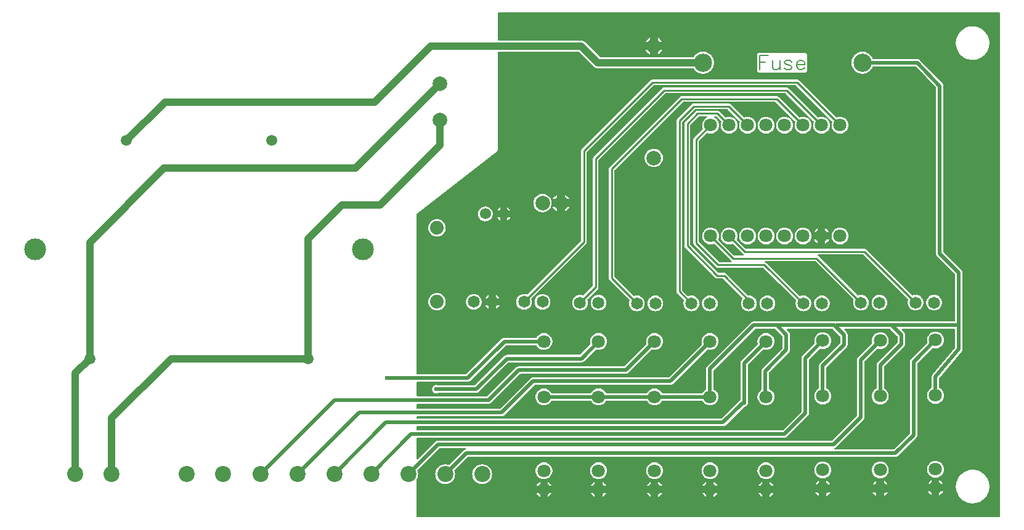
<source format=gtl>
G04 Layer: TopLayer*
G04 EasyEDA v6.5.48, 2025-01-17 00:15:48*
G04 c49acdadf4e844e4a0faf736a1285ea8,9c8959dc7a574dada6669a69c5c32939,10*
G04 Gerber Generator version 0.2*
G04 Scale: 100 percent, Rotated: No, Reflected: No *
G04 Dimensions in millimeters *
G04 leading zeros omitted , absolute positions ,4 integer and 5 decimal *
%FSLAX45Y45*%
%MOMM*%

%ADD10C,0.2032*%
%ADD11C,0.5000*%
%ADD12C,1.0000*%
%ADD13C,0.2540*%
%ADD14C,1.5240*%
%ADD15C,2.0000*%
%ADD16C,1.6500*%
%ADD17C,1.8796*%
%ADD18C,1.8000*%
%ADD19C,2.2000*%
%ADD20C,3.0000*%
%ADD21C,1.5000*%
%ADD22C,2.5000*%
%ADD23C,0.6200*%
%ADD24C,0.0152*%

%LPD*%
G36*
X5970168Y25908D02*
G01*
X5966256Y26670D01*
X5962954Y28905D01*
X5960770Y32156D01*
X5960008Y36068D01*
X5960008Y546862D01*
X5960313Y549503D01*
X5961329Y551942D01*
X5965444Y559003D01*
X5971692Y573532D01*
X5976213Y588670D01*
X5978956Y604215D01*
X5979871Y620014D01*
X5978956Y635762D01*
X5976213Y651357D01*
X5971641Y666546D01*
X5970828Y670509D01*
X5971590Y674420D01*
X5973775Y677773D01*
X6272123Y976071D01*
X6275374Y978306D01*
X6279286Y979068D01*
X6625742Y979068D01*
X6629755Y978255D01*
X6633108Y975918D01*
X6635292Y972413D01*
X6635902Y968400D01*
X6634886Y964437D01*
X6632397Y961186D01*
X6628841Y959205D01*
X6624675Y957935D01*
X6620611Y956208D01*
X6616649Y954176D01*
X6612890Y951788D01*
X6609384Y949096D01*
X6605930Y945946D01*
X6409639Y749604D01*
X6406489Y747471D01*
X6402781Y746658D01*
X6398971Y747268D01*
X6390944Y750163D01*
X6375603Y753821D01*
X6359906Y755650D01*
X6344107Y755650D01*
X6328410Y753821D01*
X6313017Y750163D01*
X6298184Y744778D01*
X6284061Y737666D01*
X6270853Y728980D01*
X6258763Y718820D01*
X6247892Y707339D01*
X6238443Y694690D01*
X6230569Y680974D01*
X6224320Y666496D01*
X6219748Y651357D01*
X6217005Y635762D01*
X6216091Y620014D01*
X6217005Y604215D01*
X6219748Y588670D01*
X6224320Y573532D01*
X6230569Y559003D01*
X6238443Y545338D01*
X6247892Y532638D01*
X6258763Y521157D01*
X6270853Y510997D01*
X6284061Y502310D01*
X6298184Y495198D01*
X6313017Y489813D01*
X6328410Y486156D01*
X6344107Y484327D01*
X6359906Y484327D01*
X6375603Y486156D01*
X6390944Y489813D01*
X6405829Y495198D01*
X6419951Y502310D01*
X6433159Y510997D01*
X6445250Y521157D01*
X6456070Y532638D01*
X6465519Y545338D01*
X6473444Y559003D01*
X6479692Y573532D01*
X6484213Y588670D01*
X6486956Y604215D01*
X6487871Y620014D01*
X6486956Y635762D01*
X6484213Y651357D01*
X6479641Y666546D01*
X6478828Y670509D01*
X6479590Y674420D01*
X6481775Y677773D01*
X6660235Y856183D01*
X6663486Y858418D01*
X6667398Y859180D01*
X12539776Y859180D01*
X12544399Y859383D01*
X12548819Y859942D01*
X12553137Y860907D01*
X12557404Y862228D01*
X12561468Y863955D01*
X12565430Y865987D01*
X12569190Y868375D01*
X12572695Y871067D01*
X12576149Y874217D01*
X12825780Y1123848D01*
X12828930Y1127302D01*
X12831622Y1130808D01*
X12834010Y1134567D01*
X12836042Y1138529D01*
X12837769Y1142593D01*
X12839090Y1146860D01*
X12840055Y1151178D01*
X12840614Y1155598D01*
X12840817Y1160221D01*
X12840817Y2140813D01*
X12841579Y2144725D01*
X12843814Y2147976D01*
X13047980Y2352192D01*
X13051028Y2354275D01*
X13054634Y2355138D01*
X13058292Y2354681D01*
X13061137Y2353767D01*
X13075462Y2351024D01*
X13089991Y2350109D01*
X13104469Y2351024D01*
X13118795Y2353767D01*
X13132612Y2358237D01*
X13145820Y2364435D01*
X13158063Y2372258D01*
X13169290Y2381504D01*
X13179247Y2392121D01*
X13187832Y2403906D01*
X13194842Y2416657D01*
X13200176Y2430170D01*
X13203783Y2444292D01*
X13205612Y2458720D01*
X13205612Y2473248D01*
X13203783Y2487726D01*
X13200176Y2501798D01*
X13194842Y2515362D01*
X13187832Y2528112D01*
X13179247Y2539847D01*
X13169290Y2550464D01*
X13158063Y2559761D01*
X13145820Y2567533D01*
X13132612Y2573731D01*
X13118795Y2578252D01*
X13104469Y2580995D01*
X13089991Y2581910D01*
X13075462Y2580995D01*
X13061137Y2578252D01*
X13047319Y2573731D01*
X13034162Y2567533D01*
X13021868Y2559761D01*
X13010642Y2550464D01*
X13000685Y2539847D01*
X12992100Y2528112D01*
X12985089Y2515362D01*
X12979755Y2501798D01*
X12976148Y2487726D01*
X12974320Y2473248D01*
X12974320Y2458720D01*
X12976148Y2444292D01*
X12978790Y2434031D01*
X12979044Y2430526D01*
X12978130Y2427173D01*
X12976098Y2424328D01*
X12754051Y2202281D01*
X12750901Y2198827D01*
X12748209Y2195322D01*
X12745821Y2191562D01*
X12743789Y2187600D01*
X12742062Y2183536D01*
X12740741Y2179269D01*
X12739776Y2174951D01*
X12739217Y2170531D01*
X12739014Y2165908D01*
X12739014Y1185316D01*
X12738252Y1181404D01*
X12736017Y1178153D01*
X12521844Y963980D01*
X12518593Y961745D01*
X12514681Y960983D01*
X11706453Y960983D01*
X11702440Y961796D01*
X11699087Y964133D01*
X11696903Y967638D01*
X11696293Y971651D01*
X11697309Y975614D01*
X11699798Y978865D01*
X11703354Y980846D01*
X11707520Y982116D01*
X11711635Y983843D01*
X11715546Y985875D01*
X11719306Y988263D01*
X11722811Y990955D01*
X11726265Y994156D01*
X12095784Y1363929D01*
X12098934Y1367332D01*
X12101626Y1370888D01*
X12104014Y1374597D01*
X12106046Y1378559D01*
X12107773Y1382623D01*
X12109094Y1386890D01*
X12110059Y1391208D01*
X12110618Y1395628D01*
X12110821Y1400251D01*
X12110821Y2160625D01*
X12111583Y2164537D01*
X12113818Y2167788D01*
X12288113Y2342134D01*
X12291212Y2344267D01*
X12294768Y2345131D01*
X12298476Y2344623D01*
X12301169Y2343759D01*
X12315444Y2341016D01*
X12329972Y2340102D01*
X12344501Y2341016D01*
X12358776Y2343759D01*
X12372644Y2348230D01*
X12385802Y2354427D01*
X12398095Y2362250D01*
X12409322Y2371496D01*
X12419279Y2382113D01*
X12427813Y2393899D01*
X12434824Y2406650D01*
X12440208Y2420162D01*
X12443815Y2434285D01*
X12445644Y2448712D01*
X12445644Y2463292D01*
X12443815Y2477719D01*
X12440208Y2491790D01*
X12434824Y2505354D01*
X12427813Y2518105D01*
X12419279Y2529890D01*
X12409322Y2540457D01*
X12398095Y2549753D01*
X12385802Y2557526D01*
X12372644Y2563723D01*
X12358776Y2568244D01*
X12344501Y2570988D01*
X12329972Y2571902D01*
X12315444Y2570988D01*
X12301169Y2568244D01*
X12287300Y2563723D01*
X12274143Y2557526D01*
X12261850Y2549753D01*
X12250623Y2540457D01*
X12240666Y2529890D01*
X12232132Y2518105D01*
X12225121Y2505354D01*
X12219736Y2491790D01*
X12216130Y2477719D01*
X12214301Y2463292D01*
X12214301Y2448712D01*
X12216130Y2434285D01*
X12218822Y2423871D01*
X12219076Y2420366D01*
X12218162Y2417013D01*
X12216130Y2414168D01*
X12024055Y2222093D01*
X12020905Y2218639D01*
X12018213Y2215134D01*
X12015825Y2211374D01*
X12013793Y2207412D01*
X12012066Y2203348D01*
X12010745Y2199081D01*
X12009780Y2194763D01*
X12009221Y2190343D01*
X12009018Y2185720D01*
X12009018Y1425346D01*
X12008256Y1421434D01*
X12006021Y1418132D01*
X11671960Y1083868D01*
X11668658Y1081633D01*
X11664797Y1080871D01*
X6254191Y1080871D01*
X6249568Y1080668D01*
X6245148Y1080109D01*
X6240830Y1079144D01*
X6236563Y1077823D01*
X6232499Y1076096D01*
X6228537Y1074064D01*
X6224778Y1071676D01*
X6221272Y1068984D01*
X6217818Y1065834D01*
X5977331Y825296D01*
X5974029Y823112D01*
X5970168Y822350D01*
X5966256Y823112D01*
X5962954Y825296D01*
X5960770Y828598D01*
X5960008Y832510D01*
X5960008Y1108862D01*
X5960770Y1112723D01*
X5962954Y1116025D01*
X5966256Y1118260D01*
X5970168Y1119022D01*
X11009680Y1119022D01*
X11014303Y1119225D01*
X11018723Y1119784D01*
X11023041Y1120749D01*
X11027308Y1122070D01*
X11031372Y1123797D01*
X11035334Y1125829D01*
X11039094Y1128217D01*
X11042599Y1130909D01*
X11046053Y1134059D01*
X11335816Y1423822D01*
X11338966Y1427276D01*
X11341658Y1430782D01*
X11344046Y1434541D01*
X11346078Y1438503D01*
X11347805Y1442567D01*
X11349126Y1446834D01*
X11350091Y1451152D01*
X11350650Y1455572D01*
X11350853Y1460195D01*
X11350853Y2190851D01*
X11351615Y2194712D01*
X11353850Y2198014D01*
X11498122Y2342134D01*
X11501170Y2344267D01*
X11504777Y2345131D01*
X11508435Y2344623D01*
X11511127Y2343759D01*
X11525453Y2341016D01*
X11539982Y2340102D01*
X11554510Y2341016D01*
X11568785Y2343759D01*
X11582654Y2348230D01*
X11595811Y2354427D01*
X11608104Y2362250D01*
X11619280Y2371496D01*
X11629288Y2382113D01*
X11637822Y2393899D01*
X11644833Y2406650D01*
X11650167Y2420162D01*
X11653824Y2434285D01*
X11655653Y2448712D01*
X11655653Y2463292D01*
X11653824Y2477719D01*
X11650167Y2491790D01*
X11644833Y2505354D01*
X11637822Y2518105D01*
X11629288Y2529890D01*
X11619280Y2540457D01*
X11608104Y2549753D01*
X11595811Y2557526D01*
X11582654Y2563723D01*
X11568785Y2568244D01*
X11554510Y2570988D01*
X11539982Y2571902D01*
X11525453Y2570988D01*
X11511127Y2568244D01*
X11497310Y2563723D01*
X11484152Y2557526D01*
X11471859Y2549753D01*
X11460632Y2540457D01*
X11450675Y2529890D01*
X11442141Y2518105D01*
X11435130Y2505354D01*
X11429746Y2491790D01*
X11426139Y2477719D01*
X11424310Y2463292D01*
X11424310Y2448712D01*
X11426139Y2434285D01*
X11428831Y2423871D01*
X11429085Y2420416D01*
X11428171Y2417013D01*
X11426139Y2414168D01*
X11264138Y2252319D01*
X11260937Y2248865D01*
X11258296Y2245360D01*
X11255857Y2241600D01*
X11253825Y2237689D01*
X11252098Y2233574D01*
X11250777Y2229358D01*
X11249812Y2224989D01*
X11249253Y2220620D01*
X11249050Y2215946D01*
X11249050Y1485290D01*
X11248288Y1481378D01*
X11246053Y1478127D01*
X10991748Y1223822D01*
X10988497Y1221587D01*
X10984585Y1220825D01*
X5970168Y1220825D01*
X5966256Y1221587D01*
X5962954Y1223822D01*
X5960770Y1227124D01*
X5960008Y1230985D01*
X5960008Y1268882D01*
X5960770Y1272743D01*
X5962954Y1276045D01*
X5966256Y1278280D01*
X5970168Y1279042D01*
X10169702Y1279042D01*
X10174325Y1279245D01*
X10178745Y1279804D01*
X10183063Y1280769D01*
X10187330Y1282090D01*
X10191394Y1283817D01*
X10195356Y1285849D01*
X10199116Y1288237D01*
X10202621Y1290929D01*
X10206075Y1294079D01*
X10458500Y1546555D01*
X10461396Y1548587D01*
X10464800Y1549501D01*
X10468813Y1549857D01*
X10477347Y1552143D01*
X10485424Y1555902D01*
X10492689Y1560982D01*
X10498937Y1567230D01*
X10504017Y1574495D01*
X10507776Y1582572D01*
X10510062Y1591106D01*
X10510875Y1600403D01*
X10510875Y2120747D01*
X10511637Y2124659D01*
X10513872Y2127910D01*
X10718088Y2332177D01*
X10721136Y2334260D01*
X10724743Y2335123D01*
X10728401Y2334666D01*
X10731144Y2333752D01*
X10745470Y2331008D01*
X10759998Y2330094D01*
X10774476Y2331008D01*
X10788802Y2333752D01*
X10802620Y2338222D01*
X10815828Y2344420D01*
X10828070Y2352243D01*
X10839297Y2361539D01*
X10849254Y2372106D01*
X10857839Y2383891D01*
X10864850Y2396642D01*
X10870184Y2410206D01*
X10873790Y2424277D01*
X10875619Y2438704D01*
X10875619Y2453284D01*
X10873790Y2467711D01*
X10870184Y2481783D01*
X10864850Y2495346D01*
X10857839Y2508097D01*
X10849254Y2519883D01*
X10839297Y2530500D01*
X10828070Y2539746D01*
X10815828Y2547569D01*
X10802620Y2553766D01*
X10788802Y2558237D01*
X10774476Y2560980D01*
X10759998Y2561894D01*
X10745470Y2560980D01*
X10731144Y2558237D01*
X10717326Y2553766D01*
X10704118Y2547569D01*
X10691876Y2539746D01*
X10680649Y2530500D01*
X10670692Y2519883D01*
X10662107Y2508097D01*
X10655096Y2495346D01*
X10649762Y2481783D01*
X10646156Y2467711D01*
X10644327Y2453284D01*
X10644327Y2438704D01*
X10646156Y2424277D01*
X10648797Y2413914D01*
X10649051Y2410460D01*
X10648137Y2407056D01*
X10646156Y2404211D01*
X10424109Y2182215D01*
X10420959Y2178761D01*
X10418267Y2175256D01*
X10415879Y2171496D01*
X10413847Y2167534D01*
X10412120Y2163470D01*
X10410799Y2159203D01*
X10409834Y2154885D01*
X10409275Y2150465D01*
X10409072Y2145842D01*
X10409072Y1644954D01*
X10408107Y1640687D01*
X10405465Y1637233D01*
X10403636Y1635658D01*
X10151770Y1383842D01*
X10148519Y1381607D01*
X10144607Y1380845D01*
X5970168Y1380845D01*
X5966256Y1381607D01*
X5962954Y1383842D01*
X5960770Y1387144D01*
X5960008Y1391005D01*
X5960008Y1408836D01*
X5960770Y1412697D01*
X5962954Y1415999D01*
X5966256Y1418234D01*
X5970168Y1418996D01*
X7129830Y1418996D01*
X7134453Y1419199D01*
X7138873Y1419758D01*
X7143191Y1420723D01*
X7147458Y1422044D01*
X7151522Y1423771D01*
X7155484Y1425803D01*
X7159244Y1428191D01*
X7162749Y1430883D01*
X7166203Y1434033D01*
X7578191Y1846021D01*
X7581442Y1848256D01*
X7585354Y1849018D01*
X9449866Y1849018D01*
X9454489Y1849221D01*
X9458909Y1849780D01*
X9463227Y1850745D01*
X9467494Y1852066D01*
X9471558Y1853793D01*
X9475520Y1855825D01*
X9479280Y1858213D01*
X9482785Y1860905D01*
X9486239Y1864055D01*
X9952939Y2330805D01*
X9955580Y2332685D01*
X9958730Y2333650D01*
X9962032Y2333599D01*
X9975443Y2331008D01*
X9989972Y2330094D01*
X10004501Y2331008D01*
X10018776Y2333752D01*
X10032644Y2338222D01*
X10045801Y2344420D01*
X10058095Y2352243D01*
X10069322Y2361539D01*
X10079278Y2372106D01*
X10087813Y2383891D01*
X10094823Y2396642D01*
X10100208Y2410206D01*
X10103815Y2424277D01*
X10105644Y2438704D01*
X10105644Y2453284D01*
X10103815Y2467711D01*
X10100208Y2481783D01*
X10094823Y2495346D01*
X10087813Y2508097D01*
X10079278Y2519883D01*
X10069322Y2530500D01*
X10058095Y2539746D01*
X10045801Y2547569D01*
X10032644Y2553766D01*
X10018776Y2558237D01*
X10004501Y2560980D01*
X9989972Y2561894D01*
X9975443Y2560980D01*
X9961168Y2558237D01*
X9947300Y2553766D01*
X9934143Y2547569D01*
X9921849Y2539746D01*
X9910622Y2530500D01*
X9900666Y2519883D01*
X9892131Y2508097D01*
X9885121Y2495346D01*
X9879736Y2481783D01*
X9876129Y2467711D01*
X9874300Y2453284D01*
X9874300Y2438704D01*
X9876129Y2424328D01*
X9880142Y2409088D01*
X9880396Y2405583D01*
X9879482Y2402179D01*
X9877450Y2399334D01*
X9431934Y1953818D01*
X9428683Y1951583D01*
X9424771Y1950821D01*
X7560259Y1950821D01*
X7555636Y1950618D01*
X7551216Y1950059D01*
X7546898Y1949094D01*
X7542631Y1947773D01*
X7538567Y1946046D01*
X7534605Y1944014D01*
X7530846Y1941626D01*
X7527340Y1938934D01*
X7523886Y1935784D01*
X7111898Y1523796D01*
X7108647Y1521561D01*
X7104735Y1520799D01*
X5970168Y1520799D01*
X5966256Y1521561D01*
X5962954Y1523796D01*
X5960770Y1527098D01*
X5960008Y1530959D01*
X5960008Y1579016D01*
X5960770Y1582877D01*
X5962954Y1586179D01*
X5966256Y1588414D01*
X5970168Y1589176D01*
X6949744Y1589176D01*
X6954367Y1589379D01*
X6958787Y1589938D01*
X6963105Y1590903D01*
X6967372Y1592224D01*
X6971436Y1593951D01*
X6975398Y1595983D01*
X6979158Y1598371D01*
X6982663Y1601063D01*
X6986117Y1604213D01*
X7378039Y1996135D01*
X7381290Y1998370D01*
X7385202Y1999132D01*
X8833662Y1999132D01*
X8838285Y1999335D01*
X8842705Y1999894D01*
X8847023Y2000859D01*
X8851290Y2002180D01*
X8855354Y2003907D01*
X8859316Y2005939D01*
X8863076Y2008327D01*
X8866581Y2011019D01*
X8870035Y2014169D01*
X9187992Y2332177D01*
X9191040Y2334260D01*
X9194647Y2335174D01*
X9198356Y2334666D01*
X9201150Y2333752D01*
X9215475Y2331008D01*
X9229953Y2330094D01*
X9244482Y2331008D01*
X9258808Y2333752D01*
X9272625Y2338222D01*
X9285782Y2344420D01*
X9298076Y2352243D01*
X9309303Y2361539D01*
X9319260Y2372106D01*
X9327845Y2383891D01*
X9334855Y2396642D01*
X9340189Y2410206D01*
X9343796Y2424277D01*
X9345625Y2438704D01*
X9345625Y2453284D01*
X9343796Y2467711D01*
X9340189Y2481783D01*
X9334855Y2495346D01*
X9327845Y2508097D01*
X9319260Y2519883D01*
X9309303Y2530500D01*
X9298076Y2539746D01*
X9285782Y2547569D01*
X9272625Y2553766D01*
X9258808Y2558237D01*
X9244482Y2560980D01*
X9229953Y2561894D01*
X9215475Y2560980D01*
X9201150Y2558237D01*
X9187332Y2553766D01*
X9174124Y2547569D01*
X9161881Y2539746D01*
X9150654Y2530500D01*
X9140698Y2519883D01*
X9132112Y2508097D01*
X9125102Y2495346D01*
X9119768Y2481783D01*
X9116161Y2467711D01*
X9114332Y2453284D01*
X9114332Y2438704D01*
X9116161Y2424277D01*
X9118803Y2414016D01*
X9119057Y2410510D01*
X9118142Y2407158D01*
X9116110Y2404262D01*
X8815730Y2103932D01*
X8812479Y2101697D01*
X8808567Y2100935D01*
X7360107Y2100935D01*
X7355484Y2100732D01*
X7351064Y2100173D01*
X7346746Y2099208D01*
X7342479Y2097887D01*
X7338415Y2096160D01*
X7334453Y2094128D01*
X7330694Y2091740D01*
X7327188Y2089048D01*
X7323734Y2085898D01*
X6931812Y1693976D01*
X6928561Y1691741D01*
X6924649Y1690979D01*
X5970168Y1690979D01*
X5966256Y1691741D01*
X5962954Y1693976D01*
X5960770Y1697278D01*
X5960008Y1701139D01*
X5960008Y1878939D01*
X5960770Y1882800D01*
X5962954Y1886102D01*
X5966256Y1888337D01*
X5970168Y1889099D01*
X6659880Y1889099D01*
X6664502Y1889302D01*
X6668922Y1889861D01*
X6673240Y1890826D01*
X6677507Y1892147D01*
X6681571Y1893874D01*
X6685534Y1895906D01*
X6689293Y1898294D01*
X6692798Y1900986D01*
X6696252Y1904136D01*
X7184186Y2392121D01*
X7187488Y2394356D01*
X7191400Y2395118D01*
X7599984Y2395118D01*
X7603490Y2394458D01*
X7606588Y2392629D01*
X7608874Y2389835D01*
X7612125Y2383891D01*
X7620711Y2372106D01*
X7630668Y2361539D01*
X7641844Y2352243D01*
X7654137Y2344420D01*
X7667294Y2338222D01*
X7681163Y2333752D01*
X7695438Y2331008D01*
X7709966Y2330094D01*
X7724495Y2331008D01*
X7738821Y2333752D01*
X7752638Y2338222D01*
X7765796Y2344420D01*
X7778089Y2352243D01*
X7789316Y2361539D01*
X7799273Y2372106D01*
X7807807Y2383891D01*
X7814818Y2396642D01*
X7820202Y2410206D01*
X7823809Y2424277D01*
X7825638Y2438704D01*
X7825638Y2453284D01*
X7823809Y2467711D01*
X7820202Y2481783D01*
X7814818Y2495346D01*
X7807807Y2508097D01*
X7799273Y2519883D01*
X7789316Y2530500D01*
X7778089Y2539746D01*
X7765796Y2547569D01*
X7752638Y2553766D01*
X7738821Y2558237D01*
X7724495Y2560980D01*
X7709966Y2561894D01*
X7695438Y2560980D01*
X7681163Y2558237D01*
X7667294Y2553766D01*
X7654137Y2547569D01*
X7641844Y2539746D01*
X7630668Y2530500D01*
X7620711Y2519883D01*
X7612125Y2508097D01*
X7608874Y2502204D01*
X7606639Y2499410D01*
X7603540Y2497582D01*
X7599984Y2496921D01*
X7166305Y2496921D01*
X7161682Y2496718D01*
X7157262Y2496159D01*
X7152944Y2495194D01*
X7148677Y2493873D01*
X7144613Y2492146D01*
X7140651Y2490114D01*
X7136892Y2487726D01*
X7133386Y2485034D01*
X7129932Y2481884D01*
X6641947Y1993900D01*
X6638696Y1991664D01*
X6634784Y1990902D01*
X5970168Y1990902D01*
X5966256Y1991664D01*
X5962954Y1993900D01*
X5960770Y1997202D01*
X5960008Y2001062D01*
X5960008Y4195013D01*
X5960465Y4198061D01*
X5961786Y4200804D01*
X5963920Y4203039D01*
X7078929Y5069179D01*
X7079996Y5071008D01*
X7079996Y6423964D01*
X7080758Y6427825D01*
X7082942Y6431127D01*
X7086244Y6433362D01*
X7090156Y6434124D01*
X8184286Y6434124D01*
X8188198Y6433362D01*
X8191500Y6431127D01*
X8398306Y6224371D01*
X8407146Y6217310D01*
X8414766Y6212687D01*
X8416950Y6211570D01*
X8425180Y6208166D01*
X8427516Y6207404D01*
X8436152Y6205270D01*
X8438591Y6204864D01*
X8447430Y6204051D01*
X9758934Y6204000D01*
X9762083Y6203492D01*
X9764979Y6202019D01*
X9767214Y6199682D01*
X9777018Y6185916D01*
X9788296Y6173317D01*
X9800894Y6162040D01*
X9814712Y6152235D01*
X9829495Y6144056D01*
X9845141Y6137554D01*
X9861397Y6132880D01*
X9878060Y6130036D01*
X9894976Y6129121D01*
X9911842Y6130036D01*
X9928555Y6132880D01*
X9944811Y6137554D01*
X9960457Y6144056D01*
X9975240Y6152235D01*
X9989058Y6162040D01*
X10001656Y6173317D01*
X10012934Y6185916D01*
X10022738Y6199733D01*
X10030917Y6214516D01*
X10037419Y6230162D01*
X10042093Y6246418D01*
X10044938Y6263081D01*
X10045852Y6279997D01*
X10044938Y6296914D01*
X10042093Y6313576D01*
X10037419Y6329832D01*
X10030917Y6345478D01*
X10022738Y6360261D01*
X10012934Y6374079D01*
X10001656Y6386677D01*
X9989058Y6397955D01*
X9975240Y6407759D01*
X9960457Y6415938D01*
X9944811Y6422440D01*
X9928555Y6427114D01*
X9911842Y6429959D01*
X9894976Y6430873D01*
X9878060Y6429959D01*
X9861397Y6427114D01*
X9845141Y6422440D01*
X9829495Y6415938D01*
X9814712Y6407759D01*
X9800894Y6397955D01*
X9788296Y6386677D01*
X9777018Y6374079D01*
X9767062Y6360109D01*
X9764826Y6357772D01*
X9761982Y6356299D01*
X9758781Y6355791D01*
X8485733Y6355791D01*
X8481822Y6356553D01*
X8478520Y6358788D01*
X8271713Y6565544D01*
X8262874Y6572605D01*
X8255253Y6577228D01*
X8253069Y6578346D01*
X8244840Y6581749D01*
X8242503Y6582511D01*
X8233867Y6584645D01*
X8231428Y6585051D01*
X8222589Y6585864D01*
X7090156Y6585915D01*
X7086244Y6586677D01*
X7082942Y6588912D01*
X7080758Y6592214D01*
X7079996Y6596075D01*
X7079996Y6963918D01*
X7080758Y6967829D01*
X7082942Y6971080D01*
X7086244Y6973316D01*
X7090156Y6974078D01*
X13963904Y6974078D01*
X13967815Y6973316D01*
X13971117Y6971080D01*
X13973301Y6967829D01*
X13974063Y6963918D01*
X13974063Y36068D01*
X13973301Y32156D01*
X13971066Y28905D01*
X13967815Y26670D01*
X13963904Y25908D01*
G37*

%LPC*%
G36*
X13605205Y219151D02*
G01*
X13626185Y220573D01*
X13646962Y223926D01*
X13667333Y229108D01*
X13687094Y236169D01*
X13706195Y244957D01*
X13724382Y255473D01*
X13741552Y267614D01*
X13757554Y281228D01*
X13772286Y296265D01*
X13785545Y312572D01*
X13797280Y329996D01*
X13807338Y348437D01*
X13815720Y367741D01*
X13822324Y387705D01*
X13827048Y408178D01*
X13829893Y429006D01*
X13830858Y449986D01*
X13829893Y470966D01*
X13827048Y491794D01*
X13822324Y512267D01*
X13815720Y532231D01*
X13807338Y551535D01*
X13797280Y569976D01*
X13785545Y587400D01*
X13772286Y603707D01*
X13757554Y618744D01*
X13741552Y632358D01*
X13724382Y644499D01*
X13706195Y655015D01*
X13687094Y663803D01*
X13667333Y670864D01*
X13646962Y676046D01*
X13626185Y679399D01*
X13605205Y680821D01*
X13584224Y680364D01*
X13563346Y677976D01*
X13542772Y673658D01*
X13522655Y667562D01*
X13503198Y659638D01*
X13484504Y649935D01*
X13466826Y638606D01*
X13450214Y625754D01*
X13434872Y611378D01*
X13420851Y595680D01*
X13408355Y578815D01*
X13397433Y560832D01*
X13388187Y541985D01*
X13380719Y522325D01*
X13375030Y502107D01*
X13371220Y481431D01*
X13369290Y460501D01*
X13369290Y439470D01*
X13371220Y418541D01*
X13375030Y397865D01*
X13380719Y377647D01*
X13388187Y357987D01*
X13397433Y339140D01*
X13408355Y321157D01*
X13420851Y304292D01*
X13434872Y288594D01*
X13450214Y274218D01*
X13466826Y261366D01*
X13484504Y250037D01*
X13503198Y240334D01*
X13522655Y232410D01*
X13542772Y226314D01*
X13563346Y221996D01*
X13584224Y219608D01*
G37*
G36*
X8511336Y310337D02*
G01*
X8515807Y312420D01*
X8528100Y320243D01*
X8539327Y329539D01*
X8549284Y340106D01*
X8557818Y351891D01*
X8563711Y362661D01*
X8511336Y362661D01*
G37*
G36*
X10041331Y310337D02*
G01*
X10045801Y312420D01*
X10058095Y320243D01*
X10069322Y329539D01*
X10079278Y340106D01*
X10087813Y351891D01*
X10093706Y362661D01*
X10041331Y362661D01*
G37*
G36*
X9938613Y310337D02*
G01*
X9938613Y362661D01*
X9886238Y362661D01*
X9892131Y351891D01*
X9900666Y340106D01*
X9910622Y329539D01*
X9921849Y320243D01*
X9934143Y312420D01*
G37*
G36*
X9178645Y310337D02*
G01*
X9178645Y362661D01*
X9126220Y362661D01*
X9132112Y351891D01*
X9140698Y340106D01*
X9150654Y329539D01*
X9161881Y320243D01*
X9174124Y312420D01*
G37*
G36*
X7658608Y310337D02*
G01*
X7658608Y362661D01*
X7606233Y362661D01*
X7612125Y351891D01*
X7620711Y340106D01*
X7630668Y329539D01*
X7641844Y320243D01*
X7654137Y312420D01*
G37*
G36*
X9281312Y310337D02*
G01*
X9285782Y312420D01*
X9298076Y320243D01*
X9309303Y329539D01*
X9319260Y340106D01*
X9327845Y351891D01*
X9333738Y362661D01*
X9281312Y362661D01*
G37*
G36*
X10811306Y310337D02*
G01*
X10815828Y312420D01*
X10828070Y320243D01*
X10839297Y329539D01*
X10849254Y340106D01*
X10857839Y351891D01*
X10863732Y362661D01*
X10811306Y362661D01*
G37*
G36*
X10708640Y310337D02*
G01*
X10708640Y362661D01*
X10656214Y362661D01*
X10662107Y351891D01*
X10670692Y340106D01*
X10680649Y329539D01*
X10691876Y320243D01*
X10704118Y312420D01*
G37*
G36*
X8408619Y310337D02*
G01*
X8408619Y362661D01*
X8356244Y362661D01*
X8362137Y351891D01*
X8370671Y340106D01*
X8380628Y329539D01*
X8391855Y320243D01*
X8404148Y312420D01*
G37*
G36*
X7761325Y310337D02*
G01*
X7765796Y312420D01*
X7778089Y320243D01*
X7789316Y329539D01*
X7799273Y340106D01*
X7807807Y351891D01*
X7813751Y362661D01*
X7761325Y362661D01*
G37*
G36*
X11488623Y320344D02*
G01*
X11488623Y372668D01*
X11436197Y372668D01*
X11442141Y361899D01*
X11450675Y350113D01*
X11460632Y339496D01*
X11471859Y330250D01*
X11484152Y322427D01*
G37*
G36*
X12381331Y320344D02*
G01*
X12385802Y322427D01*
X12398095Y330250D01*
X12409322Y339496D01*
X12419279Y350113D01*
X12427813Y361899D01*
X12433706Y372668D01*
X12381331Y372668D01*
G37*
G36*
X12278614Y320344D02*
G01*
X12278614Y372668D01*
X12226239Y372668D01*
X12232132Y361899D01*
X12240666Y350113D01*
X12250623Y339496D01*
X12261850Y330250D01*
X12274143Y322427D01*
G37*
G36*
X11591340Y320344D02*
G01*
X11595811Y322427D01*
X11608104Y330250D01*
X11619280Y339496D01*
X11629288Y350113D01*
X11637822Y361899D01*
X11643715Y372668D01*
X11591340Y372668D01*
G37*
G36*
X13038632Y330352D02*
G01*
X13038632Y382625D01*
X12986207Y382625D01*
X12992100Y371906D01*
X13000685Y360121D01*
X13010642Y349504D01*
X13021868Y340258D01*
X13034162Y332435D01*
G37*
G36*
X13141299Y330352D02*
G01*
X13145820Y332435D01*
X13158063Y340258D01*
X13169290Y349504D01*
X13179247Y360121D01*
X13187832Y371906D01*
X13193725Y382625D01*
X13141299Y382625D01*
G37*
G36*
X8511336Y465328D02*
G01*
X8563711Y465328D01*
X8557818Y476097D01*
X8549284Y487883D01*
X8539327Y498500D01*
X8528100Y507746D01*
X8515807Y515569D01*
X8511336Y517651D01*
G37*
G36*
X10041331Y465328D02*
G01*
X10093706Y465328D01*
X10087813Y476097D01*
X10079278Y487883D01*
X10069322Y498500D01*
X10058095Y507746D01*
X10045801Y515569D01*
X10041331Y517651D01*
G37*
G36*
X7606233Y465328D02*
G01*
X7658608Y465328D01*
X7658608Y517651D01*
X7654137Y515569D01*
X7641844Y507746D01*
X7630668Y498500D01*
X7620711Y487883D01*
X7612125Y476097D01*
G37*
G36*
X9886238Y465328D02*
G01*
X9938613Y465328D01*
X9938613Y517651D01*
X9934143Y515569D01*
X9921849Y507746D01*
X9910622Y498500D01*
X9900666Y487883D01*
X9892131Y476097D01*
G37*
G36*
X9126220Y465328D02*
G01*
X9178645Y465328D01*
X9178645Y517651D01*
X9174124Y515569D01*
X9161881Y507746D01*
X9150654Y498500D01*
X9140698Y487883D01*
X9132112Y476097D01*
G37*
G36*
X10811306Y465328D02*
G01*
X10863732Y465328D01*
X10857839Y476097D01*
X10849254Y487883D01*
X10839297Y498500D01*
X10828070Y507746D01*
X10815828Y515569D01*
X10811306Y517651D01*
G37*
G36*
X9281312Y465328D02*
G01*
X9333738Y465328D01*
X9327845Y476097D01*
X9319260Y487883D01*
X9309303Y498500D01*
X9298076Y507746D01*
X9285782Y515569D01*
X9281312Y517651D01*
G37*
G36*
X10656214Y465328D02*
G01*
X10708640Y465328D01*
X10708640Y517651D01*
X10704118Y515569D01*
X10691876Y507746D01*
X10680649Y498500D01*
X10670692Y487883D01*
X10662107Y476097D01*
G37*
G36*
X7761325Y465328D02*
G01*
X7813751Y465328D01*
X7807807Y476097D01*
X7799273Y487883D01*
X7789316Y498500D01*
X7778089Y507746D01*
X7765796Y515569D01*
X7761325Y517651D01*
G37*
G36*
X8356244Y465328D02*
G01*
X8408619Y465328D01*
X8408619Y517651D01*
X8404148Y515569D01*
X8391855Y507746D01*
X8380628Y498500D01*
X8370671Y487883D01*
X8362137Y476097D01*
G37*
G36*
X12381331Y475335D02*
G01*
X12433706Y475335D01*
X12427813Y486105D01*
X12419279Y497890D01*
X12409322Y508457D01*
X12398095Y517753D01*
X12385802Y525526D01*
X12381331Y527659D01*
G37*
G36*
X11436197Y475335D02*
G01*
X11488623Y475335D01*
X11488623Y527659D01*
X11484152Y525526D01*
X11471859Y517753D01*
X11460632Y508457D01*
X11450675Y497890D01*
X11442141Y486105D01*
G37*
G36*
X11591340Y475335D02*
G01*
X11643715Y475335D01*
X11637822Y486105D01*
X11629288Y497890D01*
X11619280Y508457D01*
X11608104Y517753D01*
X11595811Y525526D01*
X11591340Y527659D01*
G37*
G36*
X12226239Y475335D02*
G01*
X12278614Y475335D01*
X12278614Y527659D01*
X12274143Y525526D01*
X12261850Y517753D01*
X12250623Y508457D01*
X12240666Y497890D01*
X12232132Y486105D01*
G37*
G36*
X6852107Y484327D02*
G01*
X6867906Y484327D01*
X6883603Y486156D01*
X6898944Y489813D01*
X6913829Y495198D01*
X6927951Y502310D01*
X6941159Y510997D01*
X6953250Y521157D01*
X6964070Y532638D01*
X6973519Y545338D01*
X6981444Y559003D01*
X6987692Y573532D01*
X6992213Y588670D01*
X6994956Y604215D01*
X6995871Y620014D01*
X6994956Y635762D01*
X6992213Y651357D01*
X6987692Y666496D01*
X6981444Y680974D01*
X6973519Y694690D01*
X6964070Y707339D01*
X6953250Y718820D01*
X6941159Y728980D01*
X6927951Y737666D01*
X6913829Y744778D01*
X6898944Y750163D01*
X6883603Y753821D01*
X6867906Y755650D01*
X6852107Y755650D01*
X6836409Y753821D01*
X6821017Y750163D01*
X6806184Y744778D01*
X6792061Y737666D01*
X6778853Y728980D01*
X6766763Y718820D01*
X6755892Y707339D01*
X6746443Y694690D01*
X6738569Y680974D01*
X6732320Y666496D01*
X6727748Y651357D01*
X6725005Y635762D01*
X6724091Y620014D01*
X6725005Y604215D01*
X6727748Y588670D01*
X6732320Y573532D01*
X6738569Y559003D01*
X6746443Y545338D01*
X6755892Y532638D01*
X6766763Y521157D01*
X6778853Y510997D01*
X6792061Y502310D01*
X6806184Y495198D01*
X6821017Y489813D01*
X6836409Y486156D01*
G37*
G36*
X13141299Y485343D02*
G01*
X13193725Y485343D01*
X13187832Y496112D01*
X13179247Y507847D01*
X13169290Y518464D01*
X13158063Y527761D01*
X13145820Y535533D01*
X13141299Y537667D01*
G37*
G36*
X12986207Y485343D02*
G01*
X13038632Y485343D01*
X13038632Y537667D01*
X13034162Y535533D01*
X13021868Y527761D01*
X13010642Y518464D01*
X13000685Y507847D01*
X12992100Y496112D01*
G37*
G36*
X9229953Y552094D02*
G01*
X9244482Y553008D01*
X9258808Y555752D01*
X9272625Y560222D01*
X9285782Y566420D01*
X9298076Y574243D01*
X9309303Y583539D01*
X9319260Y594106D01*
X9327845Y605891D01*
X9334855Y618642D01*
X9340189Y632206D01*
X9343796Y646277D01*
X9345625Y660704D01*
X9345625Y675284D01*
X9343796Y689711D01*
X9340189Y703783D01*
X9334855Y717346D01*
X9327845Y730097D01*
X9319260Y741883D01*
X9309303Y752500D01*
X9298076Y761746D01*
X9285782Y769569D01*
X9272625Y775766D01*
X9258808Y780237D01*
X9244482Y782980D01*
X9229953Y783894D01*
X9215475Y782980D01*
X9201150Y780237D01*
X9187332Y775766D01*
X9174124Y769569D01*
X9161881Y761746D01*
X9150654Y752500D01*
X9140698Y741883D01*
X9132112Y730097D01*
X9125102Y717346D01*
X9119768Y703783D01*
X9116161Y689711D01*
X9114332Y675284D01*
X9114332Y660704D01*
X9116161Y646277D01*
X9119768Y632206D01*
X9125102Y618642D01*
X9132112Y605891D01*
X9140698Y594106D01*
X9150654Y583539D01*
X9161881Y574243D01*
X9174124Y566420D01*
X9187332Y560222D01*
X9201150Y555752D01*
X9215475Y553008D01*
G37*
G36*
X8459978Y552094D02*
G01*
X8474506Y553008D01*
X8488781Y555752D01*
X8502650Y560222D01*
X8515807Y566420D01*
X8528100Y574243D01*
X8539327Y583539D01*
X8549284Y594106D01*
X8557818Y605891D01*
X8564829Y618642D01*
X8570214Y632206D01*
X8573820Y646277D01*
X8575649Y660704D01*
X8575649Y675284D01*
X8573820Y689711D01*
X8570214Y703783D01*
X8564829Y717346D01*
X8557818Y730097D01*
X8549284Y741883D01*
X8539327Y752500D01*
X8528100Y761746D01*
X8515807Y769569D01*
X8502650Y775766D01*
X8488781Y780237D01*
X8474506Y782980D01*
X8459978Y783894D01*
X8445449Y782980D01*
X8431174Y780237D01*
X8417306Y775766D01*
X8404148Y769569D01*
X8391855Y761746D01*
X8380628Y752500D01*
X8370671Y741883D01*
X8362137Y730097D01*
X8355126Y717346D01*
X8349742Y703783D01*
X8346135Y689711D01*
X8344306Y675284D01*
X8344306Y660704D01*
X8346135Y646277D01*
X8349742Y632206D01*
X8355126Y618642D01*
X8362137Y605891D01*
X8370671Y594106D01*
X8380628Y583539D01*
X8391855Y574243D01*
X8404148Y566420D01*
X8417306Y560222D01*
X8431174Y555752D01*
X8445449Y553008D01*
G37*
G36*
X10759998Y552094D02*
G01*
X10774476Y553008D01*
X10788802Y555752D01*
X10802620Y560222D01*
X10815828Y566420D01*
X10828070Y574243D01*
X10839297Y583539D01*
X10849254Y594106D01*
X10857839Y605891D01*
X10864850Y618642D01*
X10870184Y632206D01*
X10873790Y646277D01*
X10875619Y660704D01*
X10875619Y675284D01*
X10873790Y689711D01*
X10870184Y703783D01*
X10864850Y717346D01*
X10857839Y730097D01*
X10849254Y741883D01*
X10839297Y752500D01*
X10828070Y761746D01*
X10815828Y769569D01*
X10802620Y775766D01*
X10788802Y780237D01*
X10774476Y782980D01*
X10759998Y783894D01*
X10745470Y782980D01*
X10731144Y780237D01*
X10717326Y775766D01*
X10704118Y769569D01*
X10691876Y761746D01*
X10680649Y752500D01*
X10670692Y741883D01*
X10662107Y730097D01*
X10655096Y717346D01*
X10649762Y703783D01*
X10646156Y689711D01*
X10644327Y675284D01*
X10644327Y660704D01*
X10646156Y646277D01*
X10649762Y632206D01*
X10655096Y618642D01*
X10662107Y605891D01*
X10670692Y594106D01*
X10680649Y583539D01*
X10691876Y574243D01*
X10704118Y566420D01*
X10717326Y560222D01*
X10731144Y555752D01*
X10745470Y553008D01*
G37*
G36*
X9989972Y552094D02*
G01*
X10004501Y553008D01*
X10018776Y555752D01*
X10032644Y560222D01*
X10045801Y566420D01*
X10058095Y574243D01*
X10069322Y583539D01*
X10079278Y594106D01*
X10087813Y605891D01*
X10094823Y618642D01*
X10100208Y632206D01*
X10103815Y646277D01*
X10105644Y660704D01*
X10105644Y675284D01*
X10103815Y689711D01*
X10100208Y703783D01*
X10094823Y717346D01*
X10087813Y730097D01*
X10079278Y741883D01*
X10069322Y752500D01*
X10058095Y761746D01*
X10045801Y769569D01*
X10032644Y775766D01*
X10018776Y780237D01*
X10004501Y782980D01*
X9989972Y783894D01*
X9975443Y782980D01*
X9961168Y780237D01*
X9947300Y775766D01*
X9934143Y769569D01*
X9921849Y761746D01*
X9910622Y752500D01*
X9900666Y741883D01*
X9892131Y730097D01*
X9885121Y717346D01*
X9879736Y703783D01*
X9876129Y689711D01*
X9874300Y675284D01*
X9874300Y660704D01*
X9876129Y646277D01*
X9879736Y632206D01*
X9885121Y618642D01*
X9892131Y605891D01*
X9900666Y594106D01*
X9910622Y583539D01*
X9921849Y574243D01*
X9934143Y566420D01*
X9947300Y560222D01*
X9961168Y555752D01*
X9975443Y553008D01*
G37*
G36*
X7709966Y552094D02*
G01*
X7724495Y553008D01*
X7738821Y555752D01*
X7752638Y560222D01*
X7765796Y566420D01*
X7778089Y574243D01*
X7789316Y583539D01*
X7799273Y594106D01*
X7807807Y605891D01*
X7814818Y618642D01*
X7820202Y632206D01*
X7823809Y646277D01*
X7825638Y660704D01*
X7825638Y675284D01*
X7823809Y689711D01*
X7820202Y703783D01*
X7814818Y717346D01*
X7807807Y730097D01*
X7799273Y741883D01*
X7789316Y752500D01*
X7778089Y761746D01*
X7765796Y769569D01*
X7752638Y775766D01*
X7738821Y780237D01*
X7724495Y782980D01*
X7709966Y783894D01*
X7695438Y782980D01*
X7681163Y780237D01*
X7667294Y775766D01*
X7654137Y769569D01*
X7641844Y761746D01*
X7630668Y752500D01*
X7620711Y741883D01*
X7612125Y730097D01*
X7605115Y717346D01*
X7599781Y703783D01*
X7596124Y689711D01*
X7594295Y675284D01*
X7594295Y660704D01*
X7596124Y646277D01*
X7599781Y632206D01*
X7605115Y618642D01*
X7612125Y605891D01*
X7620711Y594106D01*
X7630668Y583539D01*
X7641844Y574243D01*
X7654137Y566420D01*
X7667294Y560222D01*
X7681163Y555752D01*
X7695438Y553008D01*
G37*
G36*
X12329972Y562102D02*
G01*
X12344501Y563016D01*
X12358776Y565759D01*
X12372644Y570230D01*
X12385802Y576427D01*
X12398095Y584250D01*
X12409322Y593496D01*
X12419279Y604113D01*
X12427813Y615899D01*
X12434824Y628650D01*
X12440208Y642162D01*
X12443815Y656285D01*
X12445644Y670712D01*
X12445644Y685292D01*
X12443815Y699719D01*
X12440208Y713790D01*
X12434824Y727354D01*
X12427813Y740105D01*
X12419279Y751890D01*
X12409322Y762457D01*
X12398095Y771753D01*
X12385802Y779526D01*
X12372644Y785723D01*
X12358776Y790244D01*
X12344501Y792988D01*
X12329972Y793902D01*
X12315444Y792988D01*
X12301169Y790244D01*
X12287300Y785723D01*
X12274143Y779526D01*
X12261850Y771753D01*
X12250623Y762457D01*
X12240666Y751890D01*
X12232132Y740105D01*
X12225121Y727354D01*
X12219736Y713790D01*
X12216130Y699719D01*
X12214301Y685292D01*
X12214301Y670712D01*
X12216130Y656285D01*
X12219736Y642162D01*
X12225121Y628650D01*
X12232132Y615899D01*
X12240666Y604113D01*
X12250623Y593496D01*
X12261850Y584250D01*
X12274143Y576427D01*
X12287300Y570230D01*
X12301169Y565759D01*
X12315444Y563016D01*
G37*
G36*
X11539982Y562102D02*
G01*
X11554510Y563016D01*
X11568785Y565759D01*
X11582654Y570230D01*
X11595811Y576427D01*
X11608104Y584250D01*
X11619280Y593496D01*
X11629288Y604113D01*
X11637822Y615899D01*
X11644833Y628650D01*
X11650167Y642162D01*
X11653824Y656285D01*
X11655653Y670712D01*
X11655653Y685292D01*
X11653824Y699719D01*
X11650167Y713790D01*
X11644833Y727354D01*
X11637822Y740105D01*
X11629288Y751890D01*
X11619280Y762457D01*
X11608104Y771753D01*
X11595811Y779526D01*
X11582654Y785723D01*
X11568785Y790244D01*
X11554510Y792988D01*
X11539982Y793902D01*
X11525453Y792988D01*
X11511127Y790244D01*
X11497310Y785723D01*
X11484152Y779526D01*
X11471859Y771753D01*
X11460632Y762457D01*
X11450675Y751890D01*
X11442141Y740105D01*
X11435130Y727354D01*
X11429746Y713790D01*
X11426139Y699719D01*
X11424310Y685292D01*
X11424310Y670712D01*
X11426139Y656285D01*
X11429746Y642162D01*
X11435130Y628650D01*
X11442141Y615899D01*
X11450675Y604113D01*
X11460632Y593496D01*
X11471859Y584250D01*
X11484152Y576427D01*
X11497310Y570230D01*
X11511127Y565759D01*
X11525453Y563016D01*
G37*
G36*
X13089991Y572109D02*
G01*
X13104469Y573024D01*
X13118795Y575767D01*
X13132612Y580237D01*
X13145820Y586435D01*
X13158063Y594258D01*
X13169290Y603504D01*
X13179247Y614121D01*
X13187832Y625906D01*
X13194842Y638657D01*
X13200176Y652170D01*
X13203783Y666292D01*
X13205612Y680720D01*
X13205612Y695248D01*
X13203783Y709726D01*
X13200176Y723798D01*
X13194842Y737362D01*
X13187832Y750112D01*
X13179247Y761847D01*
X13169290Y772464D01*
X13158063Y781761D01*
X13145820Y789533D01*
X13132612Y795731D01*
X13118795Y800252D01*
X13104469Y802995D01*
X13089991Y803910D01*
X13075462Y802995D01*
X13061137Y800252D01*
X13047319Y795731D01*
X13034162Y789533D01*
X13021868Y781761D01*
X13010642Y772464D01*
X13000685Y761847D01*
X12992100Y750112D01*
X12985089Y737362D01*
X12979755Y723798D01*
X12976148Y709726D01*
X12974320Y695248D01*
X12974320Y680720D01*
X12976148Y666292D01*
X12979755Y652170D01*
X12985089Y638657D01*
X12992100Y625906D01*
X13000685Y614121D01*
X13010642Y603504D01*
X13021868Y594258D01*
X13034162Y586435D01*
X13047319Y580237D01*
X13061137Y575767D01*
X13075462Y573024D01*
G37*
G36*
X7709966Y1568094D02*
G01*
X7724495Y1569008D01*
X7738821Y1571752D01*
X7752638Y1576222D01*
X7765796Y1582420D01*
X7778089Y1590243D01*
X7789316Y1599539D01*
X7799273Y1610106D01*
X7807807Y1621891D01*
X7811109Y1627835D01*
X7813344Y1630629D01*
X7816443Y1632457D01*
X7819999Y1633118D01*
X8349945Y1633118D01*
X8353501Y1632457D01*
X8356600Y1630629D01*
X8358886Y1627835D01*
X8362137Y1621891D01*
X8370671Y1610106D01*
X8380628Y1599539D01*
X8391855Y1590243D01*
X8404148Y1582420D01*
X8417306Y1576222D01*
X8431174Y1571752D01*
X8445449Y1569008D01*
X8459978Y1568094D01*
X8474506Y1569008D01*
X8488781Y1571752D01*
X8502650Y1576222D01*
X8515807Y1582420D01*
X8528100Y1590243D01*
X8539327Y1599539D01*
X8549284Y1610106D01*
X8557818Y1621891D01*
X8561070Y1627835D01*
X8563356Y1630629D01*
X8566454Y1632457D01*
X8570010Y1633118D01*
X9119971Y1633118D01*
X9123476Y1632457D01*
X9126575Y1630629D01*
X9128861Y1627835D01*
X9132112Y1621891D01*
X9140698Y1610106D01*
X9150654Y1599539D01*
X9161881Y1590243D01*
X9174124Y1582420D01*
X9187332Y1576222D01*
X9201150Y1571752D01*
X9215475Y1569008D01*
X9229953Y1568094D01*
X9244482Y1569008D01*
X9258808Y1571752D01*
X9272625Y1576222D01*
X9285782Y1582420D01*
X9298076Y1590243D01*
X9309303Y1599539D01*
X9319260Y1610106D01*
X9327845Y1621891D01*
X9331096Y1627835D01*
X9333331Y1630629D01*
X9336430Y1632457D01*
X9339986Y1633118D01*
X9879939Y1633118D01*
X9883495Y1632457D01*
X9886594Y1630629D01*
X9888880Y1627835D01*
X9892131Y1621891D01*
X9900666Y1610106D01*
X9910622Y1599539D01*
X9921849Y1590243D01*
X9934143Y1582420D01*
X9947300Y1576222D01*
X9961168Y1571752D01*
X9975443Y1569008D01*
X9989972Y1568094D01*
X10004501Y1569008D01*
X10018776Y1571752D01*
X10032644Y1576222D01*
X10045801Y1582420D01*
X10058095Y1590243D01*
X10069322Y1599539D01*
X10079278Y1610106D01*
X10087813Y1621891D01*
X10094823Y1634642D01*
X10100208Y1648206D01*
X10103815Y1662277D01*
X10105644Y1676704D01*
X10105644Y1691284D01*
X10103815Y1705711D01*
X10100208Y1719783D01*
X10094823Y1733346D01*
X10087813Y1746097D01*
X10079278Y1757883D01*
X10069322Y1768500D01*
X10058095Y1777746D01*
X10045700Y1785620D01*
X10043160Y1787906D01*
X10041534Y1790852D01*
X10040975Y1794205D01*
X10040975Y2044801D01*
X10041737Y2048713D01*
X10043972Y2051964D01*
X10608157Y2616149D01*
X10611408Y2618384D01*
X10615320Y2619146D01*
X10884763Y2619146D01*
X10888675Y2618384D01*
X10891926Y2616149D01*
X10986211Y2521864D01*
X10988446Y2518613D01*
X10989208Y2514701D01*
X10989208Y2355240D01*
X10988446Y2351328D01*
X10986211Y2348077D01*
X10714177Y2076043D01*
X10711027Y2072589D01*
X10708335Y2069084D01*
X10705947Y2065324D01*
X10703915Y2061362D01*
X10702188Y2057298D01*
X10700867Y2053031D01*
X10699902Y2048713D01*
X10699343Y2044293D01*
X10699140Y2039670D01*
X10699140Y1787956D01*
X10698581Y1784604D01*
X10696956Y1781657D01*
X10694416Y1779371D01*
X10691876Y1777746D01*
X10680649Y1768500D01*
X10670692Y1757883D01*
X10662107Y1746097D01*
X10655096Y1733346D01*
X10649762Y1719783D01*
X10646156Y1705711D01*
X10644327Y1691284D01*
X10644327Y1676704D01*
X10646156Y1662277D01*
X10649762Y1648206D01*
X10655096Y1634642D01*
X10662107Y1621891D01*
X10670692Y1610106D01*
X10680649Y1599539D01*
X10691876Y1590243D01*
X10704118Y1582420D01*
X10717326Y1576222D01*
X10731144Y1571752D01*
X10745470Y1569008D01*
X10759998Y1568094D01*
X10774476Y1569008D01*
X10788802Y1571752D01*
X10802620Y1576222D01*
X10815828Y1582420D01*
X10828070Y1590243D01*
X10839297Y1599539D01*
X10849254Y1610106D01*
X10857839Y1621891D01*
X10864850Y1634642D01*
X10870184Y1648206D01*
X10873790Y1662277D01*
X10875619Y1676704D01*
X10875619Y1691284D01*
X10873790Y1705711D01*
X10870184Y1719783D01*
X10864850Y1733346D01*
X10857839Y1746097D01*
X10849254Y1757883D01*
X10839297Y1768500D01*
X10828070Y1777746D01*
X10815828Y1785569D01*
X10806785Y1789785D01*
X10803686Y1792020D01*
X10801654Y1795272D01*
X10800943Y1798980D01*
X10800943Y2014575D01*
X10801705Y2018487D01*
X10803940Y2021738D01*
X11075974Y2293772D01*
X11079124Y2297226D01*
X11081816Y2300732D01*
X11084204Y2304491D01*
X11086236Y2308453D01*
X11087963Y2312517D01*
X11089284Y2316784D01*
X11090249Y2321102D01*
X11090808Y2325522D01*
X11091011Y2330145D01*
X11091011Y2539796D01*
X11090808Y2544419D01*
X11090249Y2548839D01*
X11089284Y2553157D01*
X11087963Y2557424D01*
X11086236Y2561488D01*
X11084204Y2565450D01*
X11081816Y2569210D01*
X11079124Y2572715D01*
X11075974Y2576169D01*
X11050320Y2601772D01*
X11048085Y2605074D01*
X11047323Y2608986D01*
X11048085Y2612847D01*
X11050320Y2616149D01*
X11053622Y2618384D01*
X11057483Y2619146D01*
X11674703Y2619146D01*
X11678615Y2618384D01*
X11681866Y2616149D01*
X11776151Y2521864D01*
X11778386Y2518613D01*
X11779148Y2514701D01*
X11779148Y2425344D01*
X11778386Y2421432D01*
X11776151Y2418181D01*
X11504117Y2146147D01*
X11500967Y2142693D01*
X11498275Y2139188D01*
X11495887Y2135428D01*
X11493855Y2131466D01*
X11492128Y2127402D01*
X11490807Y2123135D01*
X11489842Y2118817D01*
X11489283Y2114397D01*
X11489080Y2109774D01*
X11489080Y1804263D01*
X11488521Y1800910D01*
X11486896Y1797964D01*
X11484356Y1795678D01*
X11471859Y1787753D01*
X11460632Y1778457D01*
X11450675Y1767890D01*
X11442141Y1756105D01*
X11435130Y1743354D01*
X11429746Y1729790D01*
X11426139Y1715719D01*
X11424310Y1701292D01*
X11424310Y1686712D01*
X11426139Y1672285D01*
X11429746Y1658162D01*
X11435130Y1644650D01*
X11442141Y1631899D01*
X11450675Y1620113D01*
X11460632Y1609496D01*
X11471859Y1600250D01*
X11484152Y1592427D01*
X11497310Y1586230D01*
X11511127Y1581759D01*
X11525453Y1579016D01*
X11539982Y1578102D01*
X11554510Y1579016D01*
X11568785Y1581759D01*
X11582654Y1586230D01*
X11595811Y1592427D01*
X11608104Y1600250D01*
X11619280Y1609496D01*
X11629288Y1620113D01*
X11637822Y1631899D01*
X11644833Y1644650D01*
X11650167Y1658162D01*
X11653824Y1672285D01*
X11655653Y1686712D01*
X11655653Y1701292D01*
X11653824Y1715719D01*
X11650167Y1729790D01*
X11644833Y1743354D01*
X11637822Y1756105D01*
X11629288Y1767890D01*
X11619280Y1778457D01*
X11608104Y1787753D01*
X11595608Y1795678D01*
X11593068Y1797964D01*
X11591442Y1800910D01*
X11590883Y1804263D01*
X11590883Y2084679D01*
X11591645Y2088591D01*
X11593880Y2091842D01*
X11865914Y2363876D01*
X11869064Y2367330D01*
X11871756Y2370836D01*
X11874144Y2374595D01*
X11876176Y2378557D01*
X11877903Y2382621D01*
X11879224Y2386888D01*
X11880189Y2391206D01*
X11880748Y2395626D01*
X11880951Y2400249D01*
X11880951Y2539796D01*
X11880748Y2544419D01*
X11880189Y2548839D01*
X11879224Y2553157D01*
X11877903Y2557424D01*
X11876176Y2561488D01*
X11874144Y2565450D01*
X11871756Y2569210D01*
X11869064Y2572715D01*
X11865914Y2576169D01*
X11840260Y2601772D01*
X11838025Y2605074D01*
X11837263Y2608986D01*
X11838025Y2612847D01*
X11840260Y2616149D01*
X11843562Y2618384D01*
X11847423Y2619146D01*
X12464643Y2619146D01*
X12468555Y2618384D01*
X12471806Y2616149D01*
X12566091Y2521864D01*
X12568326Y2518613D01*
X12569088Y2514701D01*
X12569088Y2435250D01*
X12568326Y2431338D01*
X12566091Y2428087D01*
X12294057Y2156053D01*
X12290907Y2152599D01*
X12288215Y2149094D01*
X12285827Y2145334D01*
X12283795Y2141372D01*
X12282068Y2137308D01*
X12280747Y2133041D01*
X12279782Y2128723D01*
X12279223Y2124303D01*
X12279020Y2119680D01*
X12279020Y1804212D01*
X12278461Y1800910D01*
X12276836Y1797913D01*
X12274296Y1795627D01*
X12261850Y1787753D01*
X12250623Y1778457D01*
X12240666Y1767890D01*
X12232132Y1756105D01*
X12225121Y1743354D01*
X12219736Y1729790D01*
X12216130Y1715719D01*
X12214301Y1701292D01*
X12214301Y1686712D01*
X12216130Y1672285D01*
X12219736Y1658162D01*
X12225121Y1644650D01*
X12232132Y1631899D01*
X12240666Y1620113D01*
X12250623Y1609496D01*
X12261850Y1600250D01*
X12274143Y1592427D01*
X12287300Y1586230D01*
X12301169Y1581759D01*
X12315444Y1579016D01*
X12329972Y1578102D01*
X12344501Y1579016D01*
X12358776Y1581759D01*
X12372644Y1586230D01*
X12385802Y1592427D01*
X12398095Y1600250D01*
X12409322Y1609496D01*
X12419279Y1620113D01*
X12427813Y1631899D01*
X12434824Y1644650D01*
X12440208Y1658162D01*
X12443815Y1672285D01*
X12445644Y1686712D01*
X12445644Y1701292D01*
X12443815Y1715719D01*
X12440208Y1729790D01*
X12434824Y1743354D01*
X12427813Y1756105D01*
X12419279Y1767890D01*
X12409322Y1778457D01*
X12398095Y1787753D01*
X12385548Y1795729D01*
X12383008Y1797964D01*
X12381382Y1800961D01*
X12380823Y1804314D01*
X12380823Y2094585D01*
X12381585Y2098497D01*
X12383820Y2101748D01*
X12655854Y2373782D01*
X12659004Y2377236D01*
X12661696Y2380742D01*
X12664084Y2384501D01*
X12666116Y2388463D01*
X12667843Y2392527D01*
X12669164Y2396794D01*
X12670129Y2401112D01*
X12670688Y2405532D01*
X12670891Y2410155D01*
X12670891Y2539796D01*
X12670688Y2544419D01*
X12670129Y2548839D01*
X12669164Y2553157D01*
X12667843Y2557424D01*
X12666116Y2561488D01*
X12664084Y2565450D01*
X12661696Y2569210D01*
X12659004Y2572715D01*
X12655854Y2576169D01*
X12630200Y2601772D01*
X12628016Y2605074D01*
X12627203Y2608986D01*
X12628016Y2612847D01*
X12630200Y2616149D01*
X12633502Y2618333D01*
X12637363Y2619146D01*
X13348919Y2619044D01*
X13352780Y2618232D01*
X13356082Y2616047D01*
X13358266Y2612745D01*
X13359028Y2608884D01*
X13359079Y2362301D01*
X13358469Y2358796D01*
X13356691Y2355748D01*
X13051231Y1993239D01*
X13045897Y1985619D01*
X13042138Y1977593D01*
X13039801Y1969058D01*
X13038988Y1959813D01*
X13038988Y1814220D01*
X13038429Y1810867D01*
X13036804Y1807921D01*
X13034263Y1805635D01*
X13021868Y1797761D01*
X13010642Y1788464D01*
X13000685Y1777847D01*
X12992100Y1766112D01*
X12985089Y1753362D01*
X12979755Y1739798D01*
X12976148Y1725726D01*
X12974320Y1711248D01*
X12974320Y1696720D01*
X12976148Y1682292D01*
X12979755Y1668170D01*
X12985089Y1654657D01*
X12992100Y1641906D01*
X13000685Y1630121D01*
X13010642Y1619504D01*
X13021868Y1610258D01*
X13034162Y1602435D01*
X13047319Y1596237D01*
X13061137Y1591767D01*
X13075462Y1589024D01*
X13089991Y1588109D01*
X13104469Y1589024D01*
X13118795Y1591767D01*
X13132612Y1596237D01*
X13145820Y1602435D01*
X13158063Y1610258D01*
X13169290Y1619504D01*
X13179247Y1630121D01*
X13187832Y1641906D01*
X13194842Y1654657D01*
X13200176Y1668170D01*
X13203783Y1682292D01*
X13205612Y1696720D01*
X13205612Y1711248D01*
X13203783Y1725726D01*
X13200176Y1739798D01*
X13194842Y1753362D01*
X13187832Y1766112D01*
X13179247Y1777847D01*
X13169290Y1788464D01*
X13158063Y1797761D01*
X13145516Y1805736D01*
X13142976Y1808022D01*
X13141350Y1810969D01*
X13140791Y1814322D01*
X13140791Y1937816D01*
X13141401Y1941322D01*
X13143179Y1944370D01*
X13448639Y2306828D01*
X13453973Y2314448D01*
X13457732Y2322474D01*
X13460069Y2331059D01*
X13460882Y2340457D01*
X13460831Y3389680D01*
X13460628Y3394303D01*
X13460069Y3398723D01*
X13459104Y3403041D01*
X13457783Y3407308D01*
X13456056Y3411372D01*
X13454024Y3415334D01*
X13451636Y3419094D01*
X13448944Y3422599D01*
X13445794Y3426053D01*
X13203986Y3667861D01*
X13201751Y3671112D01*
X13200989Y3675024D01*
X13200989Y5959906D01*
X13200837Y5963666D01*
X13200176Y5969050D01*
X13199465Y5972454D01*
X13197890Y5977585D01*
X13196569Y5980836D01*
X13194131Y5985611D01*
X13192251Y5988608D01*
X13189051Y5992876D01*
X12876682Y6315252D01*
X12872618Y6319012D01*
X12869875Y6321196D01*
X12865354Y6324092D01*
X12862255Y6325768D01*
X12857327Y6327851D01*
X12853974Y6328918D01*
X12848742Y6330137D01*
X12845288Y6330594D01*
X12839700Y6330899D01*
X12233757Y6330797D01*
X12229896Y6331610D01*
X12226594Y6333794D01*
X12224410Y6337096D01*
X12220905Y6345478D01*
X12212726Y6360261D01*
X12202922Y6374079D01*
X12191644Y6386677D01*
X12179046Y6397955D01*
X12165228Y6407759D01*
X12150445Y6415938D01*
X12134799Y6422440D01*
X12118543Y6427114D01*
X12101880Y6429959D01*
X12084964Y6430873D01*
X12068098Y6429959D01*
X12051385Y6427114D01*
X12035129Y6422440D01*
X12019483Y6415938D01*
X12004700Y6407759D01*
X11990882Y6397955D01*
X11978284Y6386677D01*
X11967006Y6374079D01*
X11957202Y6360261D01*
X11949023Y6345478D01*
X11942572Y6329832D01*
X11937847Y6313576D01*
X11935053Y6296914D01*
X11934088Y6279997D01*
X11935053Y6263081D01*
X11937847Y6246418D01*
X11942572Y6230162D01*
X11949023Y6214516D01*
X11957202Y6199733D01*
X11967006Y6185916D01*
X11978284Y6173317D01*
X11990882Y6162040D01*
X12004700Y6152235D01*
X12019483Y6144056D01*
X12035129Y6137554D01*
X12051385Y6132880D01*
X12068098Y6130036D01*
X12084964Y6129121D01*
X12101880Y6130036D01*
X12118543Y6132880D01*
X12134799Y6137554D01*
X12150445Y6144056D01*
X12165228Y6152235D01*
X12179046Y6162040D01*
X12191644Y6173317D01*
X12202922Y6185916D01*
X12212726Y6199733D01*
X12220905Y6214516D01*
X12224308Y6222746D01*
X12226544Y6226048D01*
X12229795Y6228232D01*
X12233706Y6228994D01*
X12814147Y6229096D01*
X12818110Y6228283D01*
X12821412Y6225997D01*
X13096290Y5942431D01*
X13098424Y5939180D01*
X13099186Y5935370D01*
X13099186Y3649929D01*
X13099389Y3645306D01*
X13099948Y3640886D01*
X13100913Y3636568D01*
X13102234Y3632301D01*
X13103961Y3628237D01*
X13105993Y3624275D01*
X13108381Y3620515D01*
X13111073Y3617010D01*
X13114223Y3613556D01*
X13356031Y3371748D01*
X13358266Y3368497D01*
X13359028Y3364585D01*
X13359028Y2731008D01*
X13358266Y2727096D01*
X13356031Y2723794D01*
X13352729Y2721610D01*
X13348817Y2720848D01*
X11730431Y2720949D01*
X11721134Y2720136D01*
X11715546Y2718968D01*
X11713108Y2719222D01*
X11708841Y2720187D01*
X11704421Y2720746D01*
X11699798Y2720949D01*
X10590225Y2720949D01*
X10585602Y2720746D01*
X10581182Y2720187D01*
X10576864Y2719222D01*
X10572597Y2717901D01*
X10568533Y2716174D01*
X10564571Y2714142D01*
X10560812Y2711754D01*
X10557306Y2709062D01*
X10553852Y2705912D01*
X9954209Y2106269D01*
X9951059Y2102815D01*
X9948367Y2099310D01*
X9945979Y2095550D01*
X9943947Y2091588D01*
X9942220Y2087524D01*
X9940899Y2083257D01*
X9939934Y2078939D01*
X9939375Y2074519D01*
X9939172Y2069896D01*
X9939172Y1794306D01*
X9938613Y1791004D01*
X9936988Y1788007D01*
X9934448Y1785721D01*
X9921849Y1777746D01*
X9910622Y1768500D01*
X9900666Y1757883D01*
X9892131Y1746097D01*
X9888880Y1740204D01*
X9886594Y1737410D01*
X9883495Y1735582D01*
X9879990Y1734921D01*
X9339986Y1734921D01*
X9336430Y1735582D01*
X9333331Y1737410D01*
X9331045Y1740204D01*
X9327845Y1746097D01*
X9319260Y1757883D01*
X9309303Y1768500D01*
X9298076Y1777746D01*
X9285782Y1785569D01*
X9272625Y1791766D01*
X9258808Y1796237D01*
X9244482Y1798980D01*
X9229953Y1799894D01*
X9215475Y1798980D01*
X9201150Y1796237D01*
X9187332Y1791766D01*
X9174124Y1785569D01*
X9161881Y1777746D01*
X9150654Y1768500D01*
X9140698Y1757883D01*
X9132112Y1746097D01*
X9128861Y1740204D01*
X9126626Y1737410D01*
X9123527Y1735582D01*
X9119971Y1734921D01*
X8569960Y1734921D01*
X8566454Y1735582D01*
X8563356Y1737410D01*
X8561070Y1740204D01*
X8557818Y1746097D01*
X8549284Y1757883D01*
X8539327Y1768500D01*
X8528100Y1777746D01*
X8515807Y1785569D01*
X8502650Y1791766D01*
X8488781Y1796237D01*
X8474506Y1798980D01*
X8459978Y1799894D01*
X8445449Y1798980D01*
X8431174Y1796237D01*
X8417306Y1791766D01*
X8404148Y1785569D01*
X8391855Y1777746D01*
X8380628Y1768500D01*
X8370671Y1757883D01*
X8362137Y1746097D01*
X8358886Y1740204D01*
X8356600Y1737410D01*
X8353501Y1735582D01*
X8349996Y1734921D01*
X7819999Y1734921D01*
X7816443Y1735582D01*
X7813344Y1737410D01*
X7811058Y1740204D01*
X7807807Y1746097D01*
X7799273Y1757883D01*
X7789316Y1768500D01*
X7778089Y1777746D01*
X7765796Y1785569D01*
X7752638Y1791766D01*
X7738821Y1796237D01*
X7724495Y1798980D01*
X7709966Y1799894D01*
X7695438Y1798980D01*
X7681163Y1796237D01*
X7667294Y1791766D01*
X7654137Y1785569D01*
X7641844Y1777746D01*
X7630668Y1768500D01*
X7620711Y1757883D01*
X7612125Y1746097D01*
X7605115Y1733346D01*
X7599781Y1719783D01*
X7596124Y1705711D01*
X7594295Y1691284D01*
X7594295Y1676704D01*
X7596124Y1662277D01*
X7599781Y1648206D01*
X7605115Y1634642D01*
X7612125Y1621891D01*
X7620711Y1610106D01*
X7630668Y1599539D01*
X7641844Y1590243D01*
X7654137Y1582420D01*
X7667294Y1576222D01*
X7681163Y1571752D01*
X7695438Y1569008D01*
G37*
G36*
X6232398Y1733194D02*
G01*
X6241948Y1734413D01*
X6251194Y1737207D01*
X6254851Y1738731D01*
X6257188Y1739036D01*
X6779818Y1739036D01*
X6784492Y1739239D01*
X6788861Y1739798D01*
X6793230Y1740763D01*
X6797446Y1742084D01*
X6801561Y1743811D01*
X6805472Y1745843D01*
X6809231Y1748231D01*
X6812737Y1750923D01*
X6816191Y1754124D01*
X7218019Y2156155D01*
X7221321Y2158390D01*
X7225182Y2159152D01*
X8223808Y2159152D01*
X8228431Y2159355D01*
X8232851Y2159914D01*
X8237169Y2160879D01*
X8241436Y2162200D01*
X8245500Y2163927D01*
X8249462Y2165959D01*
X8253222Y2168347D01*
X8256727Y2171039D01*
X8260181Y2174189D01*
X8418118Y2332177D01*
X8421166Y2334260D01*
X8424773Y2335123D01*
X8428431Y2334615D01*
X8431174Y2333752D01*
X8445449Y2331008D01*
X8459978Y2330094D01*
X8474506Y2331008D01*
X8488781Y2333752D01*
X8502650Y2338222D01*
X8515807Y2344420D01*
X8528100Y2352243D01*
X8539327Y2361539D01*
X8549284Y2372106D01*
X8557818Y2383891D01*
X8564829Y2396642D01*
X8570214Y2410206D01*
X8573820Y2424277D01*
X8575649Y2438704D01*
X8575649Y2453284D01*
X8573820Y2467711D01*
X8570214Y2481783D01*
X8564829Y2495346D01*
X8557818Y2508097D01*
X8549284Y2519883D01*
X8539327Y2530500D01*
X8528100Y2539746D01*
X8515807Y2547569D01*
X8502650Y2553766D01*
X8488781Y2558237D01*
X8474506Y2560980D01*
X8459978Y2561894D01*
X8445449Y2560980D01*
X8431174Y2558237D01*
X8417306Y2553766D01*
X8404148Y2547569D01*
X8391855Y2539746D01*
X8380628Y2530500D01*
X8370671Y2519883D01*
X8362137Y2508097D01*
X8355126Y2495346D01*
X8349742Y2481783D01*
X8346135Y2467711D01*
X8344306Y2453284D01*
X8344306Y2438704D01*
X8346135Y2424277D01*
X8348827Y2413914D01*
X8349081Y2410409D01*
X8348167Y2407056D01*
X8346135Y2404211D01*
X8205876Y2263952D01*
X8202625Y2261717D01*
X8198713Y2260955D01*
X7200087Y2260955D01*
X7195413Y2260752D01*
X7191044Y2260193D01*
X7186675Y2259228D01*
X7182459Y2257907D01*
X7178344Y2256180D01*
X7174433Y2254148D01*
X7170674Y2251760D01*
X7167168Y2249068D01*
X7163714Y2245868D01*
X6761886Y1843836D01*
X6758584Y1841601D01*
X6754723Y1840839D01*
X6257442Y1840839D01*
X6255054Y1841144D01*
X6251194Y1842770D01*
X6241948Y1845614D01*
X6232398Y1846834D01*
X6222746Y1846427D01*
X6213348Y1844395D01*
X6204407Y1840788D01*
X6196177Y1835708D01*
X6188913Y1829358D01*
X6182868Y1821840D01*
X6178143Y1813407D01*
X6174943Y1804314D01*
X6173317Y1794814D01*
X6173317Y1785162D01*
X6174943Y1775663D01*
X6178143Y1766570D01*
X6182868Y1758137D01*
X6188913Y1750669D01*
X6196177Y1744268D01*
X6204407Y1739188D01*
X6213348Y1735632D01*
X6222746Y1733600D01*
G37*
G36*
X9989972Y2861614D02*
G01*
X10004094Y2862529D01*
X10018014Y2865323D01*
X10031425Y2869844D01*
X10044176Y2876143D01*
X10055961Y2884017D01*
X10066629Y2893364D01*
X10075976Y2904032D01*
X10083850Y2915818D01*
X10090099Y2928518D01*
X10094671Y2941929D01*
X10097414Y2955848D01*
X10098379Y2969971D01*
X10097414Y2984144D01*
X10094671Y2998063D01*
X10090099Y3011474D01*
X10083850Y3024174D01*
X10075976Y3035960D01*
X10066629Y3046628D01*
X10055961Y3055975D01*
X10044176Y3063849D01*
X10031425Y3070148D01*
X10018014Y3074670D01*
X10004094Y3077464D01*
X9989972Y3078378D01*
X9975799Y3077464D01*
X9961930Y3074670D01*
X9948468Y3070148D01*
X9935768Y3063849D01*
X9923983Y3055975D01*
X9913315Y3046628D01*
X9903968Y3035960D01*
X9896094Y3024174D01*
X9889845Y3011474D01*
X9885273Y2998063D01*
X9882530Y2984144D01*
X9881565Y2969971D01*
X9882530Y2955848D01*
X9885273Y2941929D01*
X9889845Y2928518D01*
X9896094Y2915818D01*
X9903968Y2904032D01*
X9913315Y2893364D01*
X9923983Y2884017D01*
X9935768Y2876143D01*
X9948468Y2869844D01*
X9961930Y2865323D01*
X9975799Y2862529D01*
G37*
G36*
X10779963Y2861614D02*
G01*
X10794136Y2862529D01*
X10808004Y2865323D01*
X10821466Y2869844D01*
X10834166Y2876143D01*
X10845952Y2884017D01*
X10856620Y2893364D01*
X10865967Y2904032D01*
X10873841Y2915818D01*
X10880090Y2928518D01*
X10884662Y2941929D01*
X10887405Y2955848D01*
X10888370Y2969971D01*
X10887405Y2984144D01*
X10884662Y2998063D01*
X10880090Y3011474D01*
X10873841Y3024174D01*
X10865967Y3035960D01*
X10856620Y3046628D01*
X10845952Y3055975D01*
X10834166Y3063849D01*
X10821466Y3070148D01*
X10808004Y3074670D01*
X10794136Y3077464D01*
X10779963Y3078378D01*
X10765840Y3077464D01*
X10751921Y3074670D01*
X10738510Y3070148D01*
X10725759Y3063849D01*
X10713974Y3055975D01*
X10703306Y3046628D01*
X10693958Y3035960D01*
X10686084Y3024174D01*
X10679836Y3011474D01*
X10675264Y2998063D01*
X10672521Y2984144D01*
X10671606Y2969971D01*
X10672521Y2955848D01*
X10675264Y2941929D01*
X10679836Y2928518D01*
X10686084Y2915818D01*
X10693958Y2904032D01*
X10703306Y2893364D01*
X10713974Y2884017D01*
X10725759Y2876143D01*
X10738510Y2869844D01*
X10751921Y2865323D01*
X10765840Y2862529D01*
G37*
G36*
X9239961Y2861614D02*
G01*
X9254134Y2862529D01*
X9268002Y2865323D01*
X9281464Y2869844D01*
X9294164Y2876143D01*
X9305950Y2884017D01*
X9316618Y2893364D01*
X9325965Y2904032D01*
X9333839Y2915818D01*
X9340088Y2928518D01*
X9344660Y2941929D01*
X9347454Y2955848D01*
X9348368Y2969971D01*
X9347454Y2984144D01*
X9344660Y2998063D01*
X9340088Y3011474D01*
X9333839Y3024174D01*
X9325965Y3035960D01*
X9316618Y3046628D01*
X9305950Y3055975D01*
X9294164Y3063849D01*
X9281464Y3070148D01*
X9268002Y3074670D01*
X9254134Y3077464D01*
X9239961Y3078378D01*
X9225838Y3077464D01*
X9211919Y3074670D01*
X9198508Y3070148D01*
X9185757Y3063849D01*
X9173972Y3055975D01*
X9163354Y3046628D01*
X9154007Y3035960D01*
X9146082Y3024174D01*
X9139834Y3011474D01*
X9135262Y2998063D01*
X9132519Y2984144D01*
X9131604Y2969971D01*
X9132519Y2955848D01*
X9135262Y2941929D01*
X9139834Y2928518D01*
X9146082Y2915818D01*
X9154007Y2904032D01*
X9163354Y2893364D01*
X9173972Y2884017D01*
X9185757Y2876143D01*
X9198508Y2869844D01*
X9211919Y2865323D01*
X9225838Y2862529D01*
G37*
G36*
X11529974Y2861614D02*
G01*
X11544096Y2862529D01*
X11558016Y2865323D01*
X11571427Y2869844D01*
X11584178Y2876143D01*
X11595963Y2884017D01*
X11606631Y2893364D01*
X11615978Y2904032D01*
X11623852Y2915818D01*
X11630101Y2928518D01*
X11634673Y2941929D01*
X11637416Y2955848D01*
X11638330Y2969971D01*
X11637416Y2984144D01*
X11634673Y2998063D01*
X11630101Y3011474D01*
X11623852Y3024174D01*
X11615978Y3035960D01*
X11606631Y3046628D01*
X11595963Y3055975D01*
X11584178Y3063849D01*
X11571427Y3070148D01*
X11558016Y3074670D01*
X11544096Y3077464D01*
X11529974Y3078378D01*
X11515801Y3077464D01*
X11501932Y3074670D01*
X11488470Y3070148D01*
X11475770Y3063849D01*
X11463985Y3055975D01*
X11453317Y3046628D01*
X11443970Y3035960D01*
X11436096Y3024174D01*
X11429847Y3011474D01*
X11425275Y2998063D01*
X11422532Y2984144D01*
X11421567Y2969971D01*
X11422532Y2955848D01*
X11425275Y2941929D01*
X11429847Y2928518D01*
X11436096Y2915818D01*
X11443970Y2904032D01*
X11453317Y2893364D01*
X11463985Y2884017D01*
X11475770Y2876143D01*
X11488470Y2869844D01*
X11501932Y2865323D01*
X11515801Y2862529D01*
G37*
G36*
X9735972Y2861614D02*
G01*
X9750094Y2862529D01*
X9764014Y2865323D01*
X9777425Y2869844D01*
X9790176Y2876143D01*
X9801961Y2884017D01*
X9812629Y2893364D01*
X9821976Y2904032D01*
X9829850Y2915818D01*
X9836099Y2928518D01*
X9840671Y2941929D01*
X9843414Y2955848D01*
X9844379Y2969971D01*
X9843414Y2984144D01*
X9840671Y2998063D01*
X9836099Y3011474D01*
X9829850Y3024174D01*
X9821976Y3035960D01*
X9812629Y3046628D01*
X9801961Y3055975D01*
X9790176Y3063849D01*
X9777425Y3070148D01*
X9764014Y3074670D01*
X9750094Y3077464D01*
X9735972Y3078378D01*
X9721799Y3077464D01*
X9707930Y3074670D01*
X9697466Y3071114D01*
X9693757Y3070606D01*
X9690100Y3071469D01*
X9687001Y3073552D01*
X9611563Y3148939D01*
X9609328Y3152190D01*
X9608566Y3156102D01*
X9608566Y5459831D01*
X9609328Y5463743D01*
X9611563Y5467045D01*
X9783114Y5638393D01*
X9786416Y5640578D01*
X9790277Y5641340D01*
X10227716Y5641340D01*
X10231577Y5640578D01*
X10234879Y5638342D01*
X10398658Y5474716D01*
X10400842Y5471464D01*
X10401655Y5467654D01*
X10400944Y5463794D01*
X10397744Y5455818D01*
X10394137Y5441696D01*
X10392308Y5427268D01*
X10392308Y5412689D01*
X10394137Y5398262D01*
X10397744Y5384190D01*
X10403128Y5370626D01*
X10410139Y5357876D01*
X10418673Y5346141D01*
X10428630Y5335524D01*
X10439857Y5326227D01*
X10452150Y5318455D01*
X10465308Y5312257D01*
X10479176Y5307736D01*
X10493451Y5304993D01*
X10507980Y5304078D01*
X10522508Y5304993D01*
X10536783Y5307736D01*
X10550652Y5312257D01*
X10563809Y5318455D01*
X10576102Y5326227D01*
X10587329Y5335524D01*
X10597286Y5346141D01*
X10605820Y5357876D01*
X10612831Y5370626D01*
X10618216Y5384190D01*
X10621822Y5398262D01*
X10623651Y5412689D01*
X10623651Y5427268D01*
X10621822Y5441696D01*
X10618216Y5455818D01*
X10612831Y5469331D01*
X10605820Y5482082D01*
X10597286Y5493867D01*
X10587329Y5504484D01*
X10576102Y5513730D01*
X10563809Y5521553D01*
X10550652Y5527751D01*
X10536783Y5532221D01*
X10522508Y5534964D01*
X10507980Y5535879D01*
X10493451Y5534964D01*
X10479176Y5532221D01*
X10465308Y5527751D01*
X10460685Y5526481D01*
X10456621Y5527192D01*
X10453166Y5529427D01*
X10275519Y5706922D01*
X10269321Y5712002D01*
X10262616Y5715558D01*
X10255402Y5717743D01*
X10247376Y5718556D01*
X9770618Y5718556D01*
X9762591Y5717794D01*
X9755378Y5715558D01*
X9748723Y5712002D01*
X9742474Y5706922D01*
X9543034Y5507736D01*
X9537903Y5501487D01*
X9534347Y5494832D01*
X9532162Y5487619D01*
X9531350Y5479592D01*
X9531350Y3136392D01*
X9532162Y3128365D01*
X9534347Y3121152D01*
X9537903Y3114446D01*
X9543034Y3108248D01*
X9632391Y3018993D01*
X9634524Y3015894D01*
X9635388Y3012236D01*
X9634829Y3008528D01*
X9631273Y2998063D01*
X9628530Y2984144D01*
X9627565Y2969971D01*
X9628530Y2955848D01*
X9631273Y2941929D01*
X9635845Y2928518D01*
X9642094Y2915818D01*
X9649968Y2904032D01*
X9659315Y2893364D01*
X9669983Y2884017D01*
X9681768Y2876143D01*
X9694468Y2869844D01*
X9707930Y2865323D01*
X9721799Y2862529D01*
G37*
G36*
X8985961Y2861614D02*
G01*
X9000134Y2862529D01*
X9014002Y2865323D01*
X9027464Y2869844D01*
X9040164Y2876143D01*
X9051950Y2884017D01*
X9062618Y2893364D01*
X9071965Y2904032D01*
X9079839Y2915818D01*
X9086088Y2928518D01*
X9090660Y2941929D01*
X9093454Y2955848D01*
X9094368Y2969971D01*
X9093454Y2984144D01*
X9090660Y2998063D01*
X9086088Y3011474D01*
X9079839Y3024174D01*
X9071965Y3035960D01*
X9062618Y3046628D01*
X9051950Y3055975D01*
X9040164Y3063849D01*
X9027464Y3070148D01*
X9014002Y3074670D01*
X9000134Y3077464D01*
X8985961Y3078378D01*
X8971838Y3077464D01*
X8957919Y3074670D01*
X8947505Y3071164D01*
X8943797Y3070606D01*
X8940139Y3071469D01*
X8937040Y3073603D01*
X8681669Y3328974D01*
X8679434Y3332276D01*
X8678672Y3336188D01*
X8678672Y4799939D01*
X8679434Y4803851D01*
X8681669Y4807153D01*
X9612934Y5738418D01*
X9616236Y5740654D01*
X9620148Y5741416D01*
X10889843Y5741416D01*
X10893755Y5740654D01*
X10897057Y5738418D01*
X11160709Y5474766D01*
X11162893Y5471566D01*
X11163655Y5467705D01*
X11162944Y5463844D01*
X11159744Y5455818D01*
X11156137Y5441696D01*
X11154308Y5427268D01*
X11154308Y5412689D01*
X11156137Y5398262D01*
X11159744Y5384190D01*
X11165128Y5370626D01*
X11172139Y5357876D01*
X11180673Y5346141D01*
X11190630Y5335524D01*
X11201857Y5326227D01*
X11214150Y5318455D01*
X11227308Y5312257D01*
X11241176Y5307736D01*
X11255451Y5304993D01*
X11269980Y5304078D01*
X11284508Y5304993D01*
X11298783Y5307736D01*
X11312652Y5312257D01*
X11325809Y5318455D01*
X11338102Y5326227D01*
X11349329Y5335524D01*
X11359286Y5346141D01*
X11367820Y5357876D01*
X11374831Y5370626D01*
X11380216Y5384190D01*
X11383822Y5398262D01*
X11385651Y5412689D01*
X11385651Y5427268D01*
X11383822Y5441696D01*
X11380216Y5455818D01*
X11374831Y5469331D01*
X11367820Y5482082D01*
X11359286Y5493867D01*
X11349329Y5504484D01*
X11338102Y5513730D01*
X11325809Y5521553D01*
X11312652Y5527751D01*
X11298783Y5532221D01*
X11284508Y5534964D01*
X11269980Y5535879D01*
X11255451Y5534964D01*
X11241176Y5532221D01*
X11226749Y5527446D01*
X11222736Y5526481D01*
X11218672Y5527192D01*
X11215217Y5529478D01*
X10937697Y5806948D01*
X10931499Y5812078D01*
X10924794Y5815634D01*
X10917580Y5817819D01*
X10909554Y5818632D01*
X9600438Y5818632D01*
X9592411Y5817819D01*
X9585198Y5815634D01*
X9578492Y5812078D01*
X9572294Y5806948D01*
X8613140Y4847793D01*
X8608009Y4841595D01*
X8604453Y4834890D01*
X8602268Y4827676D01*
X8601456Y4819650D01*
X8601456Y3316478D01*
X8602268Y3308451D01*
X8604453Y3301237D01*
X8608009Y3294532D01*
X8613140Y3288334D01*
X8882430Y3019044D01*
X8884513Y3015945D01*
X8885377Y3012287D01*
X8884869Y3008579D01*
X8881262Y2998063D01*
X8878519Y2984144D01*
X8877604Y2969971D01*
X8878519Y2955848D01*
X8881262Y2941929D01*
X8885834Y2928518D01*
X8892082Y2915818D01*
X8900007Y2904032D01*
X8909354Y2893364D01*
X8919972Y2884017D01*
X8931757Y2876143D01*
X8944508Y2869844D01*
X8957919Y2865323D01*
X8971838Y2862529D01*
G37*
G36*
X10525963Y2861614D02*
G01*
X10540136Y2862529D01*
X10554004Y2865323D01*
X10567466Y2869844D01*
X10580166Y2876143D01*
X10591952Y2884017D01*
X10602620Y2893364D01*
X10611967Y2904032D01*
X10619841Y2915818D01*
X10626090Y2928518D01*
X10630662Y2941929D01*
X10633405Y2955848D01*
X10634370Y2969971D01*
X10633405Y2984144D01*
X10630662Y2998063D01*
X10626090Y3011474D01*
X10619841Y3024174D01*
X10611967Y3035960D01*
X10602620Y3046628D01*
X10591952Y3055975D01*
X10580166Y3063849D01*
X10567466Y3070148D01*
X10554004Y3074670D01*
X10540136Y3077464D01*
X10525963Y3078378D01*
X10521391Y3078073D01*
X10517174Y3078734D01*
X10513568Y3081020D01*
X10217607Y3376929D01*
X10211409Y3382060D01*
X10204704Y3385616D01*
X10197490Y3387801D01*
X10189464Y3388614D01*
X10110114Y3388614D01*
X10106202Y3389376D01*
X10102900Y3391611D01*
X9721545Y3772966D01*
X9719310Y3776268D01*
X9718548Y3780180D01*
X9718548Y5419699D01*
X9719310Y5423611D01*
X9721545Y5426913D01*
X9832898Y5538266D01*
X9836200Y5540502D01*
X9840112Y5541264D01*
X9940594Y5541264D01*
X9944455Y5540502D01*
X9947706Y5538368D01*
X9949891Y5535168D01*
X9950754Y5531358D01*
X9950145Y5527548D01*
X9948062Y5524195D01*
X9931857Y5513730D01*
X9920630Y5504484D01*
X9910673Y5493867D01*
X9902139Y5482082D01*
X9895128Y5469331D01*
X9889744Y5455818D01*
X9886137Y5441696D01*
X9884308Y5427268D01*
X9884308Y5412689D01*
X9886137Y5398262D01*
X9889744Y5384190D01*
X9892944Y5376214D01*
X9893655Y5372354D01*
X9892842Y5368544D01*
X9890658Y5365292D01*
X9773107Y5247589D01*
X9768027Y5241391D01*
X9764471Y5234686D01*
X9762286Y5227472D01*
X9761474Y5219446D01*
X9761474Y3800601D01*
X9762236Y3792575D01*
X9764471Y3785362D01*
X9768027Y3778707D01*
X9773107Y3772458D01*
X10072370Y3472942D01*
X10078618Y3467811D01*
X10085273Y3464255D01*
X10092537Y3462070D01*
X10100513Y3461258D01*
X10710214Y3461359D01*
X10714024Y3460648D01*
X10717276Y3458514D01*
X11171732Y3017367D01*
X11173917Y3014268D01*
X11174780Y3010611D01*
X11174272Y3006852D01*
X11171275Y2998063D01*
X11168532Y2984144D01*
X11167567Y2969971D01*
X11168532Y2955848D01*
X11171275Y2941929D01*
X11175847Y2928518D01*
X11182096Y2915818D01*
X11189970Y2904032D01*
X11199317Y2893364D01*
X11209985Y2884017D01*
X11221770Y2876143D01*
X11234470Y2869844D01*
X11247932Y2865323D01*
X11261801Y2862529D01*
X11275974Y2861614D01*
X11290096Y2862529D01*
X11304016Y2865323D01*
X11317427Y2869844D01*
X11330178Y2876143D01*
X11341963Y2884017D01*
X11352631Y2893364D01*
X11361978Y2904032D01*
X11369852Y2915818D01*
X11376101Y2928518D01*
X11380673Y2941929D01*
X11383416Y2955848D01*
X11384330Y2969971D01*
X11383416Y2984144D01*
X11380673Y2998063D01*
X11376101Y3011474D01*
X11369852Y3024174D01*
X11361978Y3035960D01*
X11352631Y3046628D01*
X11341963Y3055975D01*
X11330178Y3063849D01*
X11317427Y3070148D01*
X11304016Y3074670D01*
X11290096Y3077464D01*
X11275974Y3078378D01*
X11261801Y3077464D01*
X11247932Y3074670D01*
X11235740Y3070555D01*
X11232083Y3070047D01*
X11228476Y3070860D01*
X11225377Y3072892D01*
X10757204Y3527348D01*
X10747552Y3535222D01*
X10745774Y3539286D01*
X10745876Y3543757D01*
X10747857Y3547719D01*
X10751362Y3550462D01*
X10755731Y3551428D01*
X11435689Y3551428D01*
X11439601Y3550665D01*
X11442903Y3548430D01*
X11962384Y3028950D01*
X11964517Y3025851D01*
X11965330Y3022193D01*
X11964822Y3018485D01*
X11961266Y3008071D01*
X11958523Y2994152D01*
X11957558Y2979978D01*
X11958523Y2965856D01*
X11961266Y2951937D01*
X11965838Y2938526D01*
X11972086Y2925826D01*
X11979960Y2913989D01*
X11989308Y2903372D01*
X11999976Y2894025D01*
X12011761Y2886151D01*
X12024512Y2879852D01*
X12037923Y2875280D01*
X12051842Y2872536D01*
X12065965Y2871622D01*
X12080087Y2872536D01*
X12094006Y2875280D01*
X12107418Y2879852D01*
X12120168Y2886151D01*
X12131954Y2894025D01*
X12142622Y2903372D01*
X12151969Y2913989D01*
X12159843Y2925826D01*
X12166092Y2938526D01*
X12170664Y2951937D01*
X12173407Y2965856D01*
X12174372Y2979978D01*
X12173407Y2994152D01*
X12170664Y3008071D01*
X12166092Y3021482D01*
X12159843Y3034182D01*
X12151969Y3045968D01*
X12142622Y3056636D01*
X12131954Y3065983D01*
X12120168Y3073857D01*
X12107418Y3080105D01*
X12094006Y3084677D01*
X12080087Y3087471D01*
X12065965Y3088386D01*
X12051842Y3087471D01*
X12037923Y3084677D01*
X12027408Y3081121D01*
X12023699Y3080613D01*
X12020092Y3081426D01*
X12016994Y3083560D01*
X11483543Y3616960D01*
X11473738Y3625138D01*
X11471910Y3629202D01*
X11472011Y3633673D01*
X11474043Y3637635D01*
X11477548Y3640378D01*
X11481866Y3641344D01*
X12095835Y3641344D01*
X12099747Y3640582D01*
X12103049Y3638346D01*
X12712395Y3029000D01*
X12714528Y3025902D01*
X12715392Y3022244D01*
X12714833Y3018536D01*
X12711277Y3008071D01*
X12708483Y2994152D01*
X12707569Y2979978D01*
X12708483Y2965856D01*
X12711277Y2951937D01*
X12715849Y2938526D01*
X12722098Y2925826D01*
X12729972Y2913989D01*
X12739319Y2903372D01*
X12749987Y2894025D01*
X12761772Y2886151D01*
X12774472Y2879852D01*
X12787934Y2875280D01*
X12801803Y2872536D01*
X12815976Y2871622D01*
X12830098Y2872536D01*
X12844018Y2875280D01*
X12857429Y2879852D01*
X12870180Y2886151D01*
X12881965Y2894025D01*
X12892582Y2903372D01*
X12901930Y2913989D01*
X12909804Y2925826D01*
X12916103Y2938526D01*
X12920675Y2951937D01*
X12923418Y2965856D01*
X12924332Y2979978D01*
X12923418Y2994152D01*
X12920675Y3008071D01*
X12916103Y3021482D01*
X12909804Y3034182D01*
X12901930Y3045968D01*
X12892582Y3056636D01*
X12881965Y3065983D01*
X12870180Y3073857D01*
X12857429Y3080105D01*
X12844018Y3084677D01*
X12830098Y3087471D01*
X12815976Y3088386D01*
X12801803Y3087471D01*
X12787934Y3084677D01*
X12777470Y3081121D01*
X12773761Y3080613D01*
X12770104Y3081477D01*
X12767005Y3083560D01*
X12143689Y3706876D01*
X12137491Y3712006D01*
X12130786Y3715562D01*
X12123572Y3717747D01*
X12115546Y3718560D01*
X10490098Y3718560D01*
X10486186Y3719322D01*
X10482884Y3721557D01*
X10363301Y3841292D01*
X10361117Y3844544D01*
X10360304Y3848354D01*
X10361066Y3852214D01*
X10364216Y3860190D01*
X10367822Y3874262D01*
X10369651Y3888689D01*
X10369651Y3903268D01*
X10367822Y3917696D01*
X10364216Y3931818D01*
X10358831Y3945331D01*
X10351820Y3958082D01*
X10343286Y3969867D01*
X10333329Y3980484D01*
X10322102Y3989730D01*
X10309809Y3997553D01*
X10296652Y4003751D01*
X10282783Y4008221D01*
X10268508Y4010964D01*
X10253980Y4011879D01*
X10239451Y4010964D01*
X10225176Y4008221D01*
X10211308Y4003751D01*
X10198150Y3997553D01*
X10185857Y3989730D01*
X10174630Y3980484D01*
X10164673Y3969867D01*
X10156139Y3958082D01*
X10149128Y3945331D01*
X10143744Y3931818D01*
X10140137Y3917696D01*
X10138308Y3903268D01*
X10138308Y3888689D01*
X10140137Y3874262D01*
X10143744Y3860190D01*
X10149128Y3846626D01*
X10156139Y3833876D01*
X10164673Y3822141D01*
X10174630Y3811524D01*
X10185857Y3802227D01*
X10198150Y3794455D01*
X10211308Y3788257D01*
X10225176Y3783736D01*
X10239451Y3780993D01*
X10253980Y3780078D01*
X10268508Y3780993D01*
X10282783Y3783736D01*
X10296652Y3788257D01*
X10301325Y3789527D01*
X10305389Y3788816D01*
X10308844Y3786530D01*
X10442194Y3653028D01*
X10452049Y3644849D01*
X10453878Y3640785D01*
X10453776Y3636314D01*
X10451744Y3632352D01*
X10448239Y3629609D01*
X10443921Y3628644D01*
X10326268Y3628644D01*
X10322356Y3629406D01*
X10319054Y3631641D01*
X10109352Y3841343D01*
X10107168Y3844594D01*
X10106355Y3848455D01*
X10107066Y3852265D01*
X10110216Y3860190D01*
X10113822Y3874262D01*
X10115651Y3888689D01*
X10115651Y3903268D01*
X10113822Y3917696D01*
X10110216Y3931818D01*
X10104831Y3945331D01*
X10097820Y3958082D01*
X10089286Y3969867D01*
X10079329Y3980484D01*
X10068102Y3989730D01*
X10055809Y3997553D01*
X10042652Y4003751D01*
X10028783Y4008221D01*
X10014508Y4010964D01*
X9999980Y4011879D01*
X9985451Y4010964D01*
X9971176Y4008221D01*
X9957308Y4003751D01*
X9944150Y3997553D01*
X9931857Y3989730D01*
X9920630Y3980484D01*
X9910673Y3969867D01*
X9902139Y3958082D01*
X9895128Y3945331D01*
X9889744Y3931818D01*
X9886137Y3917696D01*
X9884308Y3903268D01*
X9884308Y3888689D01*
X9886137Y3874262D01*
X9889744Y3860190D01*
X9895128Y3846626D01*
X9902139Y3833876D01*
X9910673Y3822141D01*
X9920630Y3811524D01*
X9931857Y3802227D01*
X9944150Y3794455D01*
X9957308Y3788257D01*
X9971176Y3783736D01*
X9985451Y3780993D01*
X9999980Y3780078D01*
X10014508Y3780993D01*
X10028783Y3783736D01*
X10042652Y3788257D01*
X10047376Y3789578D01*
X10051440Y3788867D01*
X10054894Y3786581D01*
X10278414Y3563112D01*
X10288625Y3554729D01*
X10290454Y3550665D01*
X10290352Y3546195D01*
X10288320Y3542233D01*
X10284815Y3539490D01*
X10280497Y3538524D01*
X10120274Y3538474D01*
X10116362Y3539236D01*
X10113060Y3541471D01*
X9841687Y3813098D01*
X9839452Y3816400D01*
X9838690Y3820261D01*
X9838690Y5199786D01*
X9839452Y5203647D01*
X9841636Y5206949D01*
X9945116Y5310530D01*
X9948570Y5312816D01*
X9952634Y5313527D01*
X9957308Y5312257D01*
X9971176Y5307736D01*
X9985451Y5304993D01*
X9999980Y5304078D01*
X10014508Y5304993D01*
X10028783Y5307736D01*
X10042652Y5312257D01*
X10055809Y5318455D01*
X10068102Y5326227D01*
X10079329Y5335524D01*
X10089286Y5346141D01*
X10097820Y5357876D01*
X10104831Y5370626D01*
X10110216Y5384190D01*
X10113822Y5398262D01*
X10115651Y5412689D01*
X10115651Y5427268D01*
X10113822Y5441696D01*
X10110216Y5455818D01*
X10104831Y5469331D01*
X10097820Y5482082D01*
X10089286Y5493867D01*
X10079329Y5504484D01*
X10068102Y5513730D01*
X10051897Y5524195D01*
X10049814Y5527548D01*
X10049205Y5531358D01*
X10050068Y5535168D01*
X10052253Y5538368D01*
X10055504Y5540502D01*
X10059365Y5541264D01*
X10073995Y5541264D01*
X10077907Y5540502D01*
X10081209Y5538266D01*
X10144709Y5474766D01*
X10146893Y5471566D01*
X10147655Y5467705D01*
X10146944Y5463844D01*
X10143744Y5455818D01*
X10140137Y5441696D01*
X10138308Y5427268D01*
X10138308Y5412689D01*
X10140137Y5398262D01*
X10143744Y5384190D01*
X10149128Y5370626D01*
X10156139Y5357876D01*
X10164673Y5346141D01*
X10174630Y5335524D01*
X10185857Y5326227D01*
X10198150Y5318455D01*
X10211308Y5312257D01*
X10225176Y5307736D01*
X10239451Y5304993D01*
X10253980Y5304078D01*
X10268508Y5304993D01*
X10282783Y5307736D01*
X10296652Y5312257D01*
X10309809Y5318455D01*
X10322102Y5326227D01*
X10333329Y5335524D01*
X10343286Y5346141D01*
X10351820Y5357876D01*
X10358831Y5370626D01*
X10364216Y5384190D01*
X10367822Y5398262D01*
X10369651Y5412689D01*
X10369651Y5427268D01*
X10367822Y5441696D01*
X10364216Y5455818D01*
X10358831Y5469331D01*
X10351820Y5482082D01*
X10343286Y5493867D01*
X10333329Y5504484D01*
X10322102Y5513730D01*
X10309809Y5521553D01*
X10296652Y5527751D01*
X10282783Y5532221D01*
X10268508Y5534964D01*
X10253980Y5535879D01*
X10239451Y5534964D01*
X10225176Y5532221D01*
X10210749Y5527446D01*
X10206736Y5526481D01*
X10202672Y5527192D01*
X10199217Y5529478D01*
X10121849Y5606796D01*
X10115651Y5611926D01*
X10108946Y5615482D01*
X10101732Y5617667D01*
X10093706Y5618480D01*
X9820402Y5618480D01*
X9812375Y5617667D01*
X9805162Y5615482D01*
X9798456Y5611926D01*
X9792258Y5606796D01*
X9653016Y5467553D01*
X9647885Y5461355D01*
X9644329Y5454650D01*
X9642144Y5447436D01*
X9641332Y5439410D01*
X9641332Y3760470D01*
X9642144Y3752443D01*
X9644329Y3745229D01*
X9647885Y3738524D01*
X9653016Y3732326D01*
X10062260Y3323082D01*
X10068458Y3317951D01*
X10075164Y3314395D01*
X10082377Y3312210D01*
X10090404Y3311398D01*
X10169753Y3311398D01*
X10173665Y3310636D01*
X10176967Y3308400D01*
X10437876Y3047542D01*
X10439857Y3044698D01*
X10440771Y3041345D01*
X10440517Y3037890D01*
X10439146Y3034690D01*
X10432084Y3024174D01*
X10425836Y3011474D01*
X10421264Y2998063D01*
X10418521Y2984144D01*
X10417606Y2969971D01*
X10418521Y2955848D01*
X10421264Y2941929D01*
X10425836Y2928518D01*
X10432084Y2915818D01*
X10439958Y2904032D01*
X10449306Y2893364D01*
X10459974Y2884017D01*
X10471759Y2876143D01*
X10484510Y2869844D01*
X10497921Y2865323D01*
X10511840Y2862529D01*
G37*
G36*
X8459978Y2871622D02*
G01*
X8474100Y2872536D01*
X8488019Y2875280D01*
X8501430Y2879852D01*
X8514181Y2886151D01*
X8525967Y2894025D01*
X8536635Y2903372D01*
X8545982Y2913989D01*
X8553856Y2925826D01*
X8560104Y2938526D01*
X8564676Y2951937D01*
X8567420Y2965856D01*
X8568334Y2979978D01*
X8567420Y2994152D01*
X8564676Y3008071D01*
X8560104Y3021482D01*
X8553856Y3034182D01*
X8545982Y3045968D01*
X8536635Y3056636D01*
X8525967Y3065983D01*
X8514181Y3073857D01*
X8501430Y3080105D01*
X8488019Y3084677D01*
X8474100Y3087471D01*
X8459978Y3088386D01*
X8445804Y3087471D01*
X8431936Y3084677D01*
X8418474Y3080105D01*
X8405774Y3073857D01*
X8393988Y3065983D01*
X8383320Y3056636D01*
X8373973Y3045968D01*
X8366099Y3034182D01*
X8359851Y3021482D01*
X8355279Y3008071D01*
X8352536Y2994152D01*
X8351570Y2979978D01*
X8352536Y2965856D01*
X8355279Y2951937D01*
X8359851Y2938526D01*
X8366099Y2925826D01*
X8373973Y2913989D01*
X8383320Y2903372D01*
X8393988Y2894025D01*
X8405774Y2886151D01*
X8418474Y2879852D01*
X8431936Y2875280D01*
X8445804Y2872536D01*
G37*
G36*
X12319965Y2871622D02*
G01*
X12334087Y2872536D01*
X12348006Y2875280D01*
X12361418Y2879852D01*
X12374168Y2886151D01*
X12385954Y2894025D01*
X12396622Y2903372D01*
X12405969Y2913989D01*
X12413843Y2925826D01*
X12420092Y2938526D01*
X12424664Y2951937D01*
X12427407Y2965856D01*
X12428372Y2979978D01*
X12427407Y2994152D01*
X12424664Y3008071D01*
X12420092Y3021482D01*
X12413843Y3034182D01*
X12405969Y3045968D01*
X12396622Y3056636D01*
X12385954Y3065983D01*
X12374168Y3073857D01*
X12361418Y3080105D01*
X12348006Y3084677D01*
X12334087Y3087471D01*
X12319965Y3088386D01*
X12305842Y3087471D01*
X12291923Y3084677D01*
X12278512Y3080105D01*
X12265761Y3073857D01*
X12253976Y3065983D01*
X12243308Y3056636D01*
X12233960Y3045968D01*
X12226086Y3034182D01*
X12219838Y3021482D01*
X12215266Y3008071D01*
X12212523Y2994152D01*
X12211558Y2979978D01*
X12212523Y2965856D01*
X12215266Y2951937D01*
X12219838Y2938526D01*
X12226086Y2925826D01*
X12233960Y2913989D01*
X12243308Y2903372D01*
X12253976Y2894025D01*
X12265761Y2886151D01*
X12278512Y2879852D01*
X12291923Y2875280D01*
X12305842Y2872536D01*
G37*
G36*
X13069976Y2871622D02*
G01*
X13084098Y2872536D01*
X13098018Y2875280D01*
X13111429Y2879852D01*
X13124180Y2886151D01*
X13135965Y2894025D01*
X13146582Y2903372D01*
X13155930Y2913989D01*
X13163804Y2925826D01*
X13170103Y2938526D01*
X13174675Y2951937D01*
X13177418Y2965856D01*
X13178332Y2979978D01*
X13177418Y2994152D01*
X13174675Y3008071D01*
X13170103Y3021482D01*
X13163804Y3034182D01*
X13155930Y3045968D01*
X13146582Y3056636D01*
X13135965Y3065983D01*
X13124180Y3073857D01*
X13111429Y3080105D01*
X13098018Y3084677D01*
X13084098Y3087471D01*
X13069976Y3088386D01*
X13055803Y3087471D01*
X13041934Y3084677D01*
X13028472Y3080105D01*
X13015772Y3073857D01*
X13003987Y3065983D01*
X12993319Y3056636D01*
X12983972Y3045968D01*
X12976098Y3034182D01*
X12969849Y3021482D01*
X12965277Y3008071D01*
X12962483Y2994152D01*
X12961569Y2979978D01*
X12962483Y2965856D01*
X12965277Y2951937D01*
X12969849Y2938526D01*
X12976098Y2925826D01*
X12983972Y2913989D01*
X12993319Y2903372D01*
X13003987Y2894025D01*
X13015772Y2886151D01*
X13028472Y2879852D01*
X13041934Y2875280D01*
X13055803Y2872536D01*
G37*
G36*
X8205978Y2871622D02*
G01*
X8220100Y2872536D01*
X8234019Y2875280D01*
X8247430Y2879852D01*
X8260181Y2886151D01*
X8271967Y2894025D01*
X8282635Y2903372D01*
X8291982Y2913989D01*
X8299856Y2925826D01*
X8306104Y2938526D01*
X8310676Y2951937D01*
X8313420Y2965856D01*
X8314334Y2979978D01*
X8313420Y2994152D01*
X8310676Y3008071D01*
X8307120Y3018485D01*
X8306612Y3022193D01*
X8307425Y3025800D01*
X8309559Y3028899D01*
X8447024Y3166414D01*
X8452154Y3172612D01*
X8455710Y3179318D01*
X8457895Y3186531D01*
X8458708Y3194558D01*
X8458708Y4939639D01*
X8459470Y4943551D01*
X8461705Y4946853D01*
X9372904Y5858306D01*
X9376206Y5860542D01*
X9380118Y5861304D01*
X11023752Y5861304D01*
X11027613Y5860542D01*
X11030915Y5858306D01*
X11414658Y5474766D01*
X11416842Y5471515D01*
X11417655Y5467705D01*
X11416944Y5463844D01*
X11413744Y5455818D01*
X11410137Y5441696D01*
X11408308Y5427268D01*
X11408308Y5412689D01*
X11410137Y5398262D01*
X11413744Y5384190D01*
X11419128Y5370626D01*
X11426139Y5357876D01*
X11434673Y5346141D01*
X11444630Y5335524D01*
X11455857Y5326227D01*
X11468150Y5318455D01*
X11481308Y5312257D01*
X11495176Y5307736D01*
X11509451Y5304993D01*
X11523980Y5304078D01*
X11538508Y5304993D01*
X11552783Y5307736D01*
X11566652Y5312257D01*
X11579809Y5318455D01*
X11592102Y5326227D01*
X11603329Y5335524D01*
X11613286Y5346141D01*
X11621820Y5357876D01*
X11628831Y5370626D01*
X11634216Y5384190D01*
X11637822Y5398262D01*
X11639651Y5412689D01*
X11639651Y5427268D01*
X11637822Y5441696D01*
X11634216Y5455818D01*
X11628831Y5469331D01*
X11621820Y5482082D01*
X11613286Y5493867D01*
X11603329Y5504484D01*
X11592102Y5513730D01*
X11579809Y5521553D01*
X11566652Y5527751D01*
X11552783Y5532221D01*
X11538508Y5534964D01*
X11523980Y5535879D01*
X11509451Y5534964D01*
X11495176Y5532221D01*
X11480698Y5527446D01*
X11476685Y5526481D01*
X11472621Y5527192D01*
X11469166Y5529478D01*
X11071555Y5926886D01*
X11065357Y5931966D01*
X11058652Y5935522D01*
X11051438Y5937707D01*
X11043412Y5938520D01*
X9360408Y5938520D01*
X9352381Y5937707D01*
X9345168Y5935522D01*
X9338462Y5931966D01*
X9332264Y5926836D01*
X8393125Y4987493D01*
X8388045Y4981295D01*
X8384489Y4974590D01*
X8382304Y4967376D01*
X8381492Y4959350D01*
X8381492Y3214268D01*
X8380730Y3210356D01*
X8378494Y3207054D01*
X8255000Y3083560D01*
X8251901Y3081426D01*
X8248243Y3080562D01*
X8244535Y3081121D01*
X8234019Y3084677D01*
X8220100Y3087471D01*
X8205978Y3088386D01*
X8191804Y3087471D01*
X8177936Y3084677D01*
X8164474Y3080105D01*
X8151774Y3073857D01*
X8139988Y3065983D01*
X8129320Y3056636D01*
X8119973Y3045968D01*
X8112099Y3034182D01*
X8105851Y3021482D01*
X8101279Y3008071D01*
X8098536Y2994152D01*
X8097570Y2979978D01*
X8098536Y2965856D01*
X8101279Y2951937D01*
X8105851Y2938526D01*
X8112099Y2925826D01*
X8119973Y2913989D01*
X8129320Y2903372D01*
X8139988Y2894025D01*
X8151774Y2886151D01*
X8164474Y2879852D01*
X8177936Y2875280D01*
X8191804Y2872536D01*
G37*
G36*
X6239967Y2872130D02*
G01*
X6254699Y2873044D01*
X6269228Y2875737D01*
X6283299Y2880207D01*
X6296710Y2886405D01*
X6309258Y2894177D01*
X6320739Y2903423D01*
X6331000Y2913989D01*
X6339890Y2925775D01*
X6347307Y2938576D01*
X6353048Y2952140D01*
X6357061Y2966364D01*
X6359347Y2980944D01*
X6359804Y2995676D01*
X6358432Y3010357D01*
X6355283Y3024784D01*
X6350355Y3038703D01*
X6343802Y3051911D01*
X6335623Y3064205D01*
X6326022Y3075432D01*
X6315151Y3085388D01*
X6303111Y3093923D01*
X6290106Y3100882D01*
X6276340Y3106216D01*
X6262014Y3109823D01*
X6247384Y3111652D01*
X6232601Y3111652D01*
X6217970Y3109823D01*
X6203645Y3106216D01*
X6189878Y3100882D01*
X6176873Y3093923D01*
X6164834Y3085388D01*
X6153912Y3075432D01*
X6144310Y3064205D01*
X6136182Y3051911D01*
X6129578Y3038703D01*
X6124702Y3024784D01*
X6121552Y3010357D01*
X6120180Y2995676D01*
X6120638Y2980944D01*
X6122873Y2966364D01*
X6126937Y2952140D01*
X6132677Y2938576D01*
X6140043Y2925775D01*
X6148933Y2913989D01*
X6159246Y2903423D01*
X6170726Y2894177D01*
X6183274Y2886405D01*
X6196685Y2880207D01*
X6210757Y2875737D01*
X6225235Y2873044D01*
G37*
G36*
X7689951Y2881630D02*
G01*
X7704124Y2882544D01*
X7718044Y2885287D01*
X7731455Y2889859D01*
X7744155Y2896108D01*
X7755940Y2903982D01*
X7766608Y2913329D01*
X7775956Y2923997D01*
X7783830Y2935782D01*
X7790129Y2948533D01*
X7794650Y2961944D01*
X7797444Y2975864D01*
X7798358Y2989986D01*
X7797444Y3004159D01*
X7794650Y3018028D01*
X7790129Y3031490D01*
X7783830Y3044190D01*
X7775956Y3055975D01*
X7766608Y3066643D01*
X7755940Y3075990D01*
X7744155Y3083864D01*
X7731455Y3090113D01*
X7718044Y3094685D01*
X7704124Y3097428D01*
X7689951Y3098393D01*
X7675829Y3097428D01*
X7661909Y3094685D01*
X7648498Y3090113D01*
X7635798Y3083864D01*
X7624013Y3075990D01*
X7613345Y3066643D01*
X7603998Y3055975D01*
X7596124Y3044190D01*
X7589824Y3031490D01*
X7585303Y3018028D01*
X7582509Y3004159D01*
X7581595Y2989986D01*
X7582509Y2975864D01*
X7585303Y2961944D01*
X7589824Y2948533D01*
X7596124Y2935782D01*
X7603998Y2923997D01*
X7613345Y2913329D01*
X7624013Y2903982D01*
X7635798Y2896108D01*
X7648498Y2889859D01*
X7661909Y2885287D01*
X7675829Y2882544D01*
G37*
G36*
X6745986Y2881630D02*
G01*
X6760108Y2882544D01*
X6774027Y2885287D01*
X6787438Y2889859D01*
X6800189Y2896108D01*
X6811975Y2903982D01*
X6822592Y2913329D01*
X6831939Y2923997D01*
X6839864Y2935782D01*
X6846112Y2948533D01*
X6850684Y2961944D01*
X6853428Y2975864D01*
X6854342Y2989986D01*
X6853428Y3004159D01*
X6850684Y3018028D01*
X6846112Y3031490D01*
X6839864Y3044190D01*
X6831939Y3055975D01*
X6822592Y3066643D01*
X6811975Y3075990D01*
X6800189Y3083864D01*
X6787438Y3090113D01*
X6774027Y3094685D01*
X6760108Y3097428D01*
X6745986Y3098393D01*
X6731812Y3097428D01*
X6717944Y3094685D01*
X6704482Y3090113D01*
X6691782Y3083864D01*
X6679996Y3075990D01*
X6669328Y3066643D01*
X6659981Y3055975D01*
X6652107Y3044190D01*
X6645859Y3031490D01*
X6641287Y3018028D01*
X6638493Y3004159D01*
X6637578Y2989986D01*
X6638493Y2975864D01*
X6641287Y2961944D01*
X6645859Y2948533D01*
X6652107Y2935782D01*
X6659981Y2923997D01*
X6669328Y2913329D01*
X6679996Y2903982D01*
X6691782Y2896108D01*
X6704482Y2889859D01*
X6717944Y2885287D01*
X6731812Y2882544D01*
G37*
G36*
X7435951Y2881630D02*
G01*
X7450124Y2882544D01*
X7464044Y2885287D01*
X7477455Y2889859D01*
X7490155Y2896108D01*
X7501940Y2903982D01*
X7512608Y2913329D01*
X7521956Y2923997D01*
X7529830Y2935782D01*
X7536129Y2948533D01*
X7540650Y2961944D01*
X7543444Y2975864D01*
X7544358Y2989986D01*
X7543444Y3004159D01*
X7540650Y3018028D01*
X7537145Y3028492D01*
X7536586Y3032201D01*
X7537450Y3035858D01*
X7539532Y3038957D01*
X8287003Y3786428D01*
X8292134Y3792626D01*
X8295690Y3799332D01*
X8297875Y3806545D01*
X8298688Y3814572D01*
X8298688Y5049875D01*
X8299450Y5053787D01*
X8301685Y5057089D01*
X9212884Y5968288D01*
X9216186Y5970524D01*
X9220098Y5971286D01*
X11167719Y5971286D01*
X11171631Y5970524D01*
X11174933Y5968288D01*
X11668709Y5474766D01*
X11670842Y5471515D01*
X11671655Y5467705D01*
X11670944Y5463844D01*
X11667744Y5455818D01*
X11664137Y5441696D01*
X11662308Y5427268D01*
X11662308Y5412689D01*
X11664137Y5398262D01*
X11667744Y5384190D01*
X11673128Y5370626D01*
X11680139Y5357876D01*
X11688673Y5346141D01*
X11698630Y5335524D01*
X11709857Y5326227D01*
X11722150Y5318455D01*
X11735308Y5312257D01*
X11749176Y5307736D01*
X11763451Y5304993D01*
X11777980Y5304078D01*
X11792508Y5304993D01*
X11806783Y5307736D01*
X11820652Y5312257D01*
X11833809Y5318455D01*
X11846102Y5326227D01*
X11857329Y5335524D01*
X11867286Y5346141D01*
X11875820Y5357876D01*
X11882831Y5370626D01*
X11888216Y5384190D01*
X11891822Y5398262D01*
X11893651Y5412689D01*
X11893651Y5427268D01*
X11891822Y5441696D01*
X11888216Y5455818D01*
X11882831Y5469331D01*
X11875820Y5482082D01*
X11867286Y5493867D01*
X11857329Y5504484D01*
X11846102Y5513730D01*
X11833809Y5521553D01*
X11820652Y5527751D01*
X11806783Y5532221D01*
X11792508Y5534964D01*
X11777980Y5535879D01*
X11763451Y5534964D01*
X11749176Y5532221D01*
X11734698Y5527446D01*
X11730685Y5526481D01*
X11726621Y5527192D01*
X11723217Y5529478D01*
X11215573Y6036868D01*
X11209375Y6041948D01*
X11202670Y6045504D01*
X11195456Y6047689D01*
X11187430Y6048502D01*
X9200388Y6048502D01*
X9192361Y6047689D01*
X9185148Y6045504D01*
X9178442Y6041948D01*
X9172244Y6036818D01*
X8233156Y5097729D01*
X8228025Y5091531D01*
X8224469Y5084826D01*
X8222284Y5077612D01*
X8221472Y5069586D01*
X8221472Y3834282D01*
X8220709Y3830370D01*
X8218474Y3827068D01*
X7484973Y3093567D01*
X7481874Y3091434D01*
X7478217Y3090570D01*
X7474508Y3091129D01*
X7464044Y3094685D01*
X7450124Y3097428D01*
X7435951Y3098393D01*
X7421829Y3097428D01*
X7407909Y3094685D01*
X7394498Y3090113D01*
X7381798Y3083864D01*
X7370013Y3075990D01*
X7359345Y3066643D01*
X7349998Y3055975D01*
X7342124Y3044190D01*
X7335824Y3031490D01*
X7331303Y3018028D01*
X7328509Y3004159D01*
X7327595Y2989986D01*
X7328509Y2975864D01*
X7331303Y2961944D01*
X7335824Y2948533D01*
X7342124Y2935782D01*
X7349998Y2923997D01*
X7359345Y2913329D01*
X7370013Y2903982D01*
X7381798Y2896108D01*
X7394498Y2889859D01*
X7407909Y2885287D01*
X7421829Y2882544D01*
G37*
G36*
X6952386Y2892856D02*
G01*
X6952386Y2942386D01*
X6902856Y2942386D01*
X6906107Y2935782D01*
X6913981Y2923997D01*
X6923328Y2913329D01*
X6933996Y2903982D01*
X6945782Y2896108D01*
G37*
G36*
X7047585Y2892856D02*
G01*
X7054189Y2896108D01*
X7065975Y2903982D01*
X7076592Y2913329D01*
X7085939Y2923997D01*
X7093864Y2935782D01*
X7097115Y2942386D01*
X7047585Y2942386D01*
G37*
G36*
X6902856Y3037586D02*
G01*
X6952386Y3037586D01*
X6952386Y3087116D01*
X6945782Y3083864D01*
X6933996Y3075990D01*
X6923328Y3066643D01*
X6913981Y3055975D01*
X6906107Y3044190D01*
G37*
G36*
X7047585Y3037586D02*
G01*
X7097115Y3037586D01*
X7093864Y3044190D01*
X7085939Y3055975D01*
X7076592Y3066643D01*
X7065975Y3075990D01*
X7054189Y3083864D01*
X7047585Y3087116D01*
G37*
G36*
X10507980Y3780078D02*
G01*
X10522508Y3780993D01*
X10536783Y3783736D01*
X10550652Y3788257D01*
X10563809Y3794455D01*
X10576102Y3802227D01*
X10587329Y3811524D01*
X10597286Y3822141D01*
X10605820Y3833876D01*
X10612831Y3846626D01*
X10618216Y3860190D01*
X10621822Y3874262D01*
X10623651Y3888689D01*
X10623651Y3903268D01*
X10621822Y3917696D01*
X10618216Y3931818D01*
X10612831Y3945331D01*
X10605820Y3958082D01*
X10597286Y3969867D01*
X10587329Y3980484D01*
X10576102Y3989730D01*
X10563809Y3997553D01*
X10550652Y4003751D01*
X10536783Y4008221D01*
X10522508Y4010964D01*
X10507980Y4011879D01*
X10493451Y4010964D01*
X10479176Y4008221D01*
X10465308Y4003751D01*
X10452150Y3997553D01*
X10439857Y3989730D01*
X10428630Y3980484D01*
X10418673Y3969867D01*
X10410139Y3958082D01*
X10403128Y3945331D01*
X10397744Y3931818D01*
X10394137Y3917696D01*
X10392308Y3903268D01*
X10392308Y3888689D01*
X10394137Y3874262D01*
X10397744Y3860190D01*
X10403128Y3846626D01*
X10410139Y3833876D01*
X10418673Y3822141D01*
X10428630Y3811524D01*
X10439857Y3802227D01*
X10452150Y3794455D01*
X10465308Y3788257D01*
X10479176Y3783736D01*
X10493451Y3780993D01*
G37*
G36*
X11269980Y3780078D02*
G01*
X11284508Y3780993D01*
X11298783Y3783736D01*
X11312652Y3788257D01*
X11325809Y3794455D01*
X11338102Y3802227D01*
X11349329Y3811524D01*
X11359286Y3822141D01*
X11367820Y3833876D01*
X11374831Y3846626D01*
X11380216Y3860190D01*
X11383822Y3874262D01*
X11385651Y3888689D01*
X11385651Y3903268D01*
X11383822Y3917696D01*
X11380216Y3931818D01*
X11374831Y3945331D01*
X11367820Y3958082D01*
X11359286Y3969867D01*
X11349329Y3980484D01*
X11338102Y3989730D01*
X11325809Y3997553D01*
X11312652Y4003751D01*
X11298783Y4008221D01*
X11284508Y4010964D01*
X11269980Y4011879D01*
X11255451Y4010964D01*
X11241176Y4008221D01*
X11227308Y4003751D01*
X11214150Y3997553D01*
X11201857Y3989730D01*
X11190630Y3980484D01*
X11180673Y3969867D01*
X11172139Y3958082D01*
X11165128Y3945331D01*
X11159744Y3931818D01*
X11156137Y3917696D01*
X11154308Y3903268D01*
X11154308Y3888689D01*
X11156137Y3874262D01*
X11159744Y3860190D01*
X11165128Y3846626D01*
X11172139Y3833876D01*
X11180673Y3822141D01*
X11190630Y3811524D01*
X11201857Y3802227D01*
X11214150Y3794455D01*
X11227308Y3788257D01*
X11241176Y3783736D01*
X11255451Y3780993D01*
G37*
G36*
X11777980Y3780078D02*
G01*
X11792508Y3780993D01*
X11806783Y3783736D01*
X11820652Y3788257D01*
X11833809Y3794455D01*
X11846102Y3802227D01*
X11857329Y3811524D01*
X11867286Y3822141D01*
X11875820Y3833876D01*
X11882831Y3846626D01*
X11888216Y3860190D01*
X11891822Y3874262D01*
X11893651Y3888689D01*
X11893651Y3903268D01*
X11891822Y3917696D01*
X11888216Y3931818D01*
X11882831Y3945331D01*
X11875820Y3958082D01*
X11867286Y3969867D01*
X11857329Y3980484D01*
X11846102Y3989730D01*
X11833809Y3997553D01*
X11820652Y4003751D01*
X11806783Y4008221D01*
X11792508Y4010964D01*
X11777980Y4011879D01*
X11763451Y4010964D01*
X11749176Y4008221D01*
X11735308Y4003751D01*
X11722150Y3997553D01*
X11709857Y3989730D01*
X11698630Y3980484D01*
X11688673Y3969867D01*
X11680139Y3958082D01*
X11673128Y3945331D01*
X11667744Y3931818D01*
X11664137Y3917696D01*
X11662308Y3903268D01*
X11662308Y3888689D01*
X11664137Y3874262D01*
X11667744Y3860190D01*
X11673128Y3846626D01*
X11680139Y3833876D01*
X11688673Y3822141D01*
X11698630Y3811524D01*
X11709857Y3802227D01*
X11722150Y3794455D01*
X11735308Y3788257D01*
X11749176Y3783736D01*
X11763451Y3780993D01*
G37*
G36*
X10761980Y3780078D02*
G01*
X10776508Y3780993D01*
X10790783Y3783736D01*
X10804652Y3788257D01*
X10817809Y3794455D01*
X10830102Y3802227D01*
X10841329Y3811524D01*
X10851286Y3822141D01*
X10859820Y3833876D01*
X10866831Y3846626D01*
X10872216Y3860190D01*
X10875822Y3874262D01*
X10877651Y3888689D01*
X10877651Y3903268D01*
X10875822Y3917696D01*
X10872216Y3931818D01*
X10866831Y3945331D01*
X10859820Y3958082D01*
X10851286Y3969867D01*
X10841329Y3980484D01*
X10830102Y3989730D01*
X10817809Y3997553D01*
X10804652Y4003751D01*
X10790783Y4008221D01*
X10776508Y4010964D01*
X10761980Y4011879D01*
X10747451Y4010964D01*
X10733176Y4008221D01*
X10719308Y4003751D01*
X10706150Y3997553D01*
X10693857Y3989730D01*
X10682630Y3980484D01*
X10672673Y3969867D01*
X10664139Y3958082D01*
X10657128Y3945331D01*
X10651744Y3931818D01*
X10648137Y3917696D01*
X10646308Y3903268D01*
X10646308Y3888689D01*
X10648137Y3874262D01*
X10651744Y3860190D01*
X10657128Y3846626D01*
X10664139Y3833876D01*
X10672673Y3822141D01*
X10682630Y3811524D01*
X10693857Y3802227D01*
X10706150Y3794455D01*
X10719308Y3788257D01*
X10733176Y3783736D01*
X10747451Y3780993D01*
G37*
G36*
X11015980Y3780078D02*
G01*
X11030508Y3780993D01*
X11044783Y3783736D01*
X11058652Y3788257D01*
X11071809Y3794455D01*
X11084102Y3802227D01*
X11095329Y3811524D01*
X11105286Y3822141D01*
X11113820Y3833876D01*
X11120831Y3846626D01*
X11126216Y3860190D01*
X11129822Y3874262D01*
X11131651Y3888689D01*
X11131651Y3903268D01*
X11129822Y3917696D01*
X11126216Y3931818D01*
X11120831Y3945331D01*
X11113820Y3958082D01*
X11105286Y3969867D01*
X11095329Y3980484D01*
X11084102Y3989730D01*
X11071809Y3997553D01*
X11058652Y4003751D01*
X11044783Y4008221D01*
X11030508Y4010964D01*
X11015980Y4011879D01*
X11001451Y4010964D01*
X10987176Y4008221D01*
X10973308Y4003751D01*
X10960150Y3997553D01*
X10947857Y3989730D01*
X10936630Y3980484D01*
X10926673Y3969867D01*
X10918139Y3958082D01*
X10911128Y3945331D01*
X10905744Y3931818D01*
X10902137Y3917696D01*
X10900308Y3903268D01*
X10900308Y3888689D01*
X10902137Y3874262D01*
X10905744Y3860190D01*
X10911128Y3846626D01*
X10918139Y3833876D01*
X10926673Y3822141D01*
X10936630Y3811524D01*
X10947857Y3802227D01*
X10960150Y3794455D01*
X10973308Y3788257D01*
X10987176Y3783736D01*
X11001451Y3780993D01*
G37*
G36*
X11472621Y3792321D02*
G01*
X11472621Y3844645D01*
X11420246Y3844645D01*
X11426139Y3833876D01*
X11434673Y3822141D01*
X11444630Y3811524D01*
X11455857Y3802227D01*
X11468150Y3794455D01*
G37*
G36*
X11575338Y3792321D02*
G01*
X11579809Y3794455D01*
X11592102Y3802227D01*
X11603329Y3811524D01*
X11613286Y3822141D01*
X11621820Y3833876D01*
X11627713Y3844645D01*
X11575338Y3844645D01*
G37*
G36*
X6239967Y3888130D02*
G01*
X6254699Y3889044D01*
X6269228Y3891737D01*
X6283299Y3896207D01*
X6296710Y3902405D01*
X6309258Y3910177D01*
X6320739Y3919423D01*
X6331000Y3929989D01*
X6339890Y3941775D01*
X6347307Y3954576D01*
X6353048Y3968140D01*
X6357061Y3982364D01*
X6359347Y3996944D01*
X6359804Y4011676D01*
X6358432Y4026357D01*
X6355283Y4040784D01*
X6350355Y4054703D01*
X6343802Y4067911D01*
X6335623Y4080205D01*
X6326022Y4091432D01*
X6315151Y4101388D01*
X6303111Y4109923D01*
X6290106Y4116882D01*
X6276340Y4122216D01*
X6262014Y4125823D01*
X6247384Y4127652D01*
X6232601Y4127652D01*
X6217970Y4125823D01*
X6203645Y4122216D01*
X6189878Y4116882D01*
X6176873Y4109923D01*
X6164834Y4101388D01*
X6153912Y4091432D01*
X6144310Y4080205D01*
X6136182Y4067911D01*
X6129578Y4054703D01*
X6124702Y4040784D01*
X6121552Y4026357D01*
X6120180Y4011676D01*
X6120638Y3996944D01*
X6122873Y3982364D01*
X6126937Y3968140D01*
X6132677Y3954576D01*
X6140043Y3941775D01*
X6148933Y3929989D01*
X6159246Y3919423D01*
X6170726Y3910177D01*
X6183274Y3902405D01*
X6196685Y3896207D01*
X6210757Y3891737D01*
X6225235Y3889044D01*
G37*
G36*
X11420246Y3947363D02*
G01*
X11472621Y3947363D01*
X11472621Y3999636D01*
X11468150Y3997553D01*
X11455857Y3989730D01*
X11444630Y3980484D01*
X11434673Y3969867D01*
X11426139Y3958082D01*
G37*
G36*
X11575338Y3947363D02*
G01*
X11627713Y3947363D01*
X11621820Y3958082D01*
X11613286Y3969867D01*
X11603329Y3980484D01*
X11592102Y3989730D01*
X11579809Y3997553D01*
X11575338Y3999636D01*
G37*
G36*
X6899554Y4097985D02*
G01*
X6913219Y4098442D01*
X6926630Y4100677D01*
X6939686Y4104741D01*
X6952030Y4110482D01*
X6963562Y4117797D01*
X6973976Y4126585D01*
X6983120Y4136745D01*
X6990842Y4147972D01*
X6996988Y4160113D01*
X7001459Y4173016D01*
X7004151Y4186377D01*
X7005066Y4199991D01*
X7004151Y4213606D01*
X7001459Y4226966D01*
X6996988Y4239869D01*
X6990842Y4252010D01*
X6983120Y4263237D01*
X6973976Y4273397D01*
X6963562Y4282186D01*
X6952030Y4289501D01*
X6939686Y4295241D01*
X6926630Y4299305D01*
X6913219Y4301540D01*
X6899554Y4301998D01*
X6885990Y4300677D01*
X6872731Y4297476D01*
X6860031Y4292600D01*
X6848043Y4286046D01*
X6837070Y4277969D01*
X6827266Y4268470D01*
X6818833Y4257751D01*
X6811873Y4246016D01*
X6806539Y4233468D01*
X6802932Y4220311D01*
X6801103Y4206798D01*
X6801103Y4193184D01*
X6802932Y4179671D01*
X6806539Y4166514D01*
X6811873Y4153966D01*
X6818833Y4142232D01*
X6827266Y4131513D01*
X6837070Y4122013D01*
X6848043Y4113936D01*
X6860031Y4107383D01*
X6872731Y4102506D01*
X6885990Y4099306D01*
G37*
G36*
X7112558Y4108196D02*
G01*
X7112558Y4155541D01*
X7065213Y4155541D01*
X7065873Y4153966D01*
X7072833Y4142232D01*
X7081266Y4131513D01*
X7091070Y4122013D01*
X7102043Y4113936D01*
G37*
G36*
X7201458Y4108348D02*
G01*
X7206030Y4110482D01*
X7217562Y4117797D01*
X7227976Y4126585D01*
X7237120Y4136745D01*
X7244842Y4147972D01*
X7248652Y4155541D01*
X7201458Y4155541D01*
G37*
G36*
X7690002Y4224121D02*
G01*
X7705140Y4225036D01*
X7720126Y4227779D01*
X7734604Y4232300D01*
X7748473Y4238498D01*
X7761478Y4246372D01*
X7773466Y4255770D01*
X7784236Y4266488D01*
X7793583Y4278477D01*
X7801457Y4291482D01*
X7807706Y4305401D01*
X7812227Y4319879D01*
X7814970Y4334814D01*
X7815884Y4350004D01*
X7814970Y4365142D01*
X7812227Y4380128D01*
X7807706Y4394555D01*
X7801457Y4408474D01*
X7793583Y4421479D01*
X7784236Y4433468D01*
X7773466Y4444238D01*
X7761478Y4453585D01*
X7748473Y4461459D01*
X7734604Y4467707D01*
X7720126Y4472228D01*
X7705140Y4474972D01*
X7690002Y4475886D01*
X7674813Y4474972D01*
X7659878Y4472228D01*
X7645349Y4467707D01*
X7631480Y4461459D01*
X7618475Y4453585D01*
X7606487Y4444238D01*
X7595768Y4433468D01*
X7586370Y4421479D01*
X7578496Y4408474D01*
X7572298Y4394657D01*
X7567777Y4380128D01*
X7565034Y4365142D01*
X7564120Y4350004D01*
X7565034Y4334814D01*
X7567777Y4319879D01*
X7572298Y4305350D01*
X7578496Y4291482D01*
X7586370Y4278477D01*
X7595768Y4266488D01*
X7606487Y4255770D01*
X7618475Y4246372D01*
X7631480Y4238498D01*
X7645349Y4232300D01*
X7659878Y4227779D01*
X7674813Y4225036D01*
G37*
G36*
X8000339Y4237532D02*
G01*
X8002473Y4238498D01*
X8015478Y4246372D01*
X8027466Y4255770D01*
X8038236Y4266488D01*
X8047583Y4278477D01*
X8055457Y4291482D01*
X8056422Y4293616D01*
X8000339Y4293616D01*
G37*
G36*
X7887614Y4237532D02*
G01*
X7887614Y4293616D01*
X7831531Y4293616D01*
X7832496Y4291482D01*
X7840370Y4278477D01*
X7849768Y4266488D01*
X7860487Y4255770D01*
X7872475Y4246372D01*
X7885480Y4238498D01*
G37*
G36*
X7201458Y4244441D02*
G01*
X7248652Y4244441D01*
X7244842Y4252010D01*
X7237120Y4263237D01*
X7227976Y4273397D01*
X7217562Y4282186D01*
X7206030Y4289501D01*
X7201458Y4291634D01*
G37*
G36*
X7065213Y4244441D02*
G01*
X7112558Y4244441D01*
X7112558Y4291787D01*
X7102043Y4286046D01*
X7091070Y4277969D01*
X7081266Y4268470D01*
X7072833Y4257751D01*
X7065873Y4246016D01*
G37*
G36*
X7831531Y4406341D02*
G01*
X7887614Y4406341D01*
X7887614Y4462424D01*
X7885480Y4461459D01*
X7872475Y4453585D01*
X7860487Y4444238D01*
X7849768Y4433468D01*
X7840370Y4421479D01*
X7832496Y4408474D01*
G37*
G36*
X8000339Y4406341D02*
G01*
X8056422Y4406341D01*
X8055457Y4408474D01*
X8047583Y4421479D01*
X8038236Y4433468D01*
X8027466Y4444238D01*
X8015478Y4453585D01*
X8002473Y4461459D01*
X8000339Y4462424D01*
G37*
G36*
X9219996Y4844135D02*
G01*
X9235135Y4845050D01*
X9250121Y4847793D01*
X9264650Y4852314D01*
X9278467Y4858512D01*
X9291472Y4866386D01*
X9303461Y4875784D01*
X9314230Y4886502D01*
X9323578Y4898491D01*
X9331452Y4911496D01*
X9337700Y4925364D01*
X9342221Y4939893D01*
X9344964Y4954828D01*
X9345879Y4970018D01*
X9344964Y4985156D01*
X9342221Y5000142D01*
X9337700Y5014620D01*
X9331452Y5028488D01*
X9323578Y5041493D01*
X9314230Y5053482D01*
X9303461Y5064252D01*
X9291472Y5073599D01*
X9278467Y5081473D01*
X9264650Y5087721D01*
X9250121Y5092242D01*
X9235135Y5094986D01*
X9219996Y5095900D01*
X9204807Y5094986D01*
X9189872Y5092242D01*
X9175343Y5087721D01*
X9161475Y5081473D01*
X9148470Y5073599D01*
X9136481Y5064252D01*
X9125762Y5053482D01*
X9116364Y5041493D01*
X9108490Y5028488D01*
X9102293Y5014620D01*
X9097772Y5000142D01*
X9095028Y4985156D01*
X9094114Y4970018D01*
X9095028Y4954828D01*
X9097772Y4939893D01*
X9102293Y4925364D01*
X9108490Y4911496D01*
X9116364Y4898491D01*
X9125762Y4886502D01*
X9136481Y4875784D01*
X9148470Y4866386D01*
X9161475Y4858512D01*
X9175343Y4852314D01*
X9189872Y4847793D01*
X9204807Y4845050D01*
G37*
G36*
X10761980Y5304078D02*
G01*
X10776508Y5304993D01*
X10790783Y5307736D01*
X10804652Y5312257D01*
X10817809Y5318455D01*
X10830102Y5326227D01*
X10841329Y5335524D01*
X10851286Y5346141D01*
X10859820Y5357876D01*
X10866831Y5370626D01*
X10872216Y5384190D01*
X10875822Y5398262D01*
X10877651Y5412689D01*
X10877651Y5427268D01*
X10875822Y5441696D01*
X10872216Y5455818D01*
X10866831Y5469331D01*
X10859820Y5482082D01*
X10851286Y5493867D01*
X10841329Y5504484D01*
X10830102Y5513730D01*
X10817809Y5521553D01*
X10804652Y5527751D01*
X10790783Y5532221D01*
X10776508Y5534964D01*
X10761980Y5535879D01*
X10747451Y5534964D01*
X10733176Y5532221D01*
X10719308Y5527751D01*
X10706150Y5521553D01*
X10693857Y5513730D01*
X10682630Y5504484D01*
X10672673Y5493867D01*
X10664139Y5482082D01*
X10657128Y5469331D01*
X10651744Y5455818D01*
X10648137Y5441696D01*
X10646308Y5427268D01*
X10646308Y5412689D01*
X10648137Y5398262D01*
X10651744Y5384190D01*
X10657128Y5370626D01*
X10664139Y5357876D01*
X10672673Y5346141D01*
X10682630Y5335524D01*
X10693857Y5326227D01*
X10706150Y5318455D01*
X10719308Y5312257D01*
X10733176Y5307736D01*
X10747451Y5304993D01*
G37*
G36*
X11015980Y5304078D02*
G01*
X11030508Y5304993D01*
X11044783Y5307736D01*
X11058652Y5312257D01*
X11071809Y5318455D01*
X11084102Y5326227D01*
X11095329Y5335524D01*
X11105286Y5346141D01*
X11113820Y5357876D01*
X11120831Y5370626D01*
X11126216Y5384190D01*
X11129822Y5398262D01*
X11131651Y5412689D01*
X11131651Y5427268D01*
X11129822Y5441696D01*
X11126216Y5455818D01*
X11120831Y5469331D01*
X11113820Y5482082D01*
X11105286Y5493867D01*
X11095329Y5504484D01*
X11084102Y5513730D01*
X11071809Y5521553D01*
X11058652Y5527751D01*
X11044783Y5532221D01*
X11030508Y5534964D01*
X11015980Y5535879D01*
X11001451Y5534964D01*
X10987176Y5532221D01*
X10973308Y5527751D01*
X10960150Y5521553D01*
X10947857Y5513730D01*
X10936630Y5504484D01*
X10926673Y5493867D01*
X10918139Y5482082D01*
X10911128Y5469331D01*
X10905744Y5455818D01*
X10902137Y5441696D01*
X10900308Y5427268D01*
X10900308Y5412689D01*
X10902137Y5398262D01*
X10905744Y5384190D01*
X10911128Y5370626D01*
X10918139Y5357876D01*
X10926673Y5346141D01*
X10936630Y5335524D01*
X10947857Y5326227D01*
X10960150Y5318455D01*
X10973308Y5312257D01*
X10987176Y5307736D01*
X11001451Y5304993D01*
G37*
G36*
X10662869Y6147003D02*
G01*
X11299037Y6147003D01*
X11305336Y6147714D01*
X11310823Y6149644D01*
X11315700Y6152743D01*
X11319814Y6156807D01*
X11322862Y6161735D01*
X11324793Y6167170D01*
X11325504Y6173520D01*
X11325504Y6386474D01*
X11324793Y6392824D01*
X11322862Y6398260D01*
X11319814Y6403187D01*
X11315700Y6407251D01*
X11310823Y6410350D01*
X11305336Y6412230D01*
X11299037Y6412941D01*
X10662869Y6412941D01*
X10656570Y6412230D01*
X10651083Y6410350D01*
X10646206Y6407251D01*
X10642092Y6403187D01*
X10639044Y6398260D01*
X10637113Y6392824D01*
X10636402Y6386474D01*
X10636402Y6173520D01*
X10637113Y6167170D01*
X10639044Y6161735D01*
X10642092Y6156807D01*
X10646206Y6152743D01*
X10651083Y6149644D01*
X10656570Y6147714D01*
G37*
G36*
X13605205Y6319113D02*
G01*
X13626185Y6320586D01*
X13646962Y6323888D01*
X13667333Y6329121D01*
X13687094Y6336131D01*
X13706195Y6344970D01*
X13724382Y6355486D01*
X13741552Y6367576D01*
X13757554Y6381242D01*
X13772286Y6396278D01*
X13785545Y6412534D01*
X13797280Y6430010D01*
X13807338Y6448450D01*
X13815720Y6467703D01*
X13822324Y6487668D01*
X13827048Y6508140D01*
X13829893Y6528968D01*
X13830858Y6549948D01*
X13829893Y6570980D01*
X13827048Y6591808D01*
X13822324Y6612280D01*
X13815720Y6632244D01*
X13807338Y6651498D01*
X13797280Y6669938D01*
X13785545Y6687362D01*
X13772286Y6703669D01*
X13757554Y6718706D01*
X13741552Y6732371D01*
X13724382Y6744462D01*
X13706195Y6754977D01*
X13687094Y6763816D01*
X13667333Y6770827D01*
X13646962Y6776059D01*
X13626185Y6779361D01*
X13605205Y6780834D01*
X13584224Y6780326D01*
X13563346Y6777939D01*
X13542772Y6773672D01*
X13522655Y6767525D01*
X13503198Y6759600D01*
X13484504Y6749948D01*
X13466826Y6738620D01*
X13450214Y6725716D01*
X13434872Y6711391D01*
X13420851Y6695694D01*
X13408355Y6678777D01*
X13397433Y6660845D01*
X13388187Y6641947D01*
X13380719Y6622338D01*
X13375030Y6602069D01*
X13371220Y6581394D01*
X13369290Y6560464D01*
X13369290Y6539484D01*
X13371220Y6518554D01*
X13375030Y6497878D01*
X13380719Y6477609D01*
X13388187Y6458000D01*
X13397433Y6439103D01*
X13408355Y6421170D01*
X13420851Y6404254D01*
X13434872Y6388557D01*
X13450214Y6374231D01*
X13466826Y6361328D01*
X13484504Y6350000D01*
X13503198Y6340348D01*
X13522655Y6332423D01*
X13542772Y6326276D01*
X13563346Y6322009D01*
X13584224Y6319621D01*
G37*
G36*
X9276334Y6397548D02*
G01*
X9278467Y6398514D01*
X9291472Y6406388D01*
X9303461Y6415786D01*
X9314230Y6426504D01*
X9323578Y6438493D01*
X9331452Y6451498D01*
X9332417Y6453632D01*
X9276334Y6453632D01*
G37*
G36*
X9163659Y6397548D02*
G01*
X9163659Y6453632D01*
X9107525Y6453632D01*
X9108490Y6451498D01*
X9116364Y6438493D01*
X9125762Y6426504D01*
X9136481Y6415786D01*
X9148470Y6406388D01*
X9161475Y6398514D01*
G37*
G36*
X9276334Y6566357D02*
G01*
X9332417Y6566357D01*
X9331452Y6568490D01*
X9323578Y6581495D01*
X9314230Y6593484D01*
X9303461Y6604253D01*
X9291472Y6613601D01*
X9278467Y6621475D01*
X9276334Y6622440D01*
G37*
G36*
X9107525Y6566357D02*
G01*
X9163659Y6566357D01*
X9163659Y6622440D01*
X9161475Y6621475D01*
X9148470Y6613601D01*
X9136481Y6604253D01*
X9125762Y6593484D01*
X9116364Y6581495D01*
X9108490Y6568490D01*
G37*

%LPD*%
D10*
X10672465Y6376890D02*
G01*
X10672465Y6183088D01*
X10672465Y6376890D02*
G01*
X10792607Y6376890D01*
X10672465Y6284688D02*
G01*
X10746379Y6284688D01*
X10853567Y6312374D02*
G01*
X10853567Y6219918D01*
X10862711Y6192232D01*
X10881253Y6183088D01*
X10908939Y6183088D01*
X10927481Y6192232D01*
X10955167Y6219918D01*
X10955167Y6312374D02*
G01*
X10955167Y6183088D01*
X11117727Y6284688D02*
G01*
X11108329Y6302976D01*
X11080643Y6312374D01*
X11052957Y6312374D01*
X11025271Y6302976D01*
X11016127Y6284688D01*
X11025271Y6266146D01*
X11043813Y6257002D01*
X11090041Y6247604D01*
X11108329Y6238460D01*
X11117727Y6219918D01*
X11117727Y6210774D01*
X11108329Y6192232D01*
X11080643Y6183088D01*
X11052957Y6183088D01*
X11025271Y6192232D01*
X11016127Y6210774D01*
X11178687Y6257002D02*
G01*
X11289431Y6257002D01*
X11289431Y6275290D01*
X11280287Y6293832D01*
X11270889Y6302976D01*
X11252601Y6312374D01*
X11224915Y6312374D01*
X11206373Y6302976D01*
X11187831Y6284688D01*
X11178687Y6257002D01*
X11178687Y6238460D01*
X11187831Y6210774D01*
X11206373Y6192232D01*
X11224915Y6183088D01*
X11252601Y6183088D01*
X11270889Y6192232D01*
X11289431Y6210774D01*
D11*
X6229858Y1789937D02*
G01*
X6780022Y1789937D01*
X7199884Y2210054D01*
X8224011Y2210054D01*
X8459977Y2446020D01*
X9229852Y2446020D02*
G01*
X8833865Y2050034D01*
X7359904Y2050034D01*
X6949947Y1640078D01*
X4832095Y1640078D01*
X3812031Y620013D01*
D12*
X1970024Y5210047D02*
G01*
X2499868Y5739892D01*
X5379974Y5739892D01*
X6150102Y6510020D01*
X8219947Y6510020D01*
X8450072Y6279895D01*
X9895077Y6279895D01*
D11*
X5550001Y1940001D02*
G01*
X5661870Y1940001D01*
X5661919Y1940049D01*
D12*
X4469998Y2210003D02*
G01*
X2590002Y2210003D01*
X1769996Y1389997D01*
X1769996Y619991D01*
X1270000Y619988D02*
G01*
X1270000Y2009998D01*
X1470004Y2210003D01*
D11*
X9229968Y1684014D02*
G01*
X9989972Y1684014D01*
X8459967Y1684014D02*
G01*
X9229968Y1684014D01*
X7709974Y1684014D02*
G01*
X8459967Y1684014D01*
D12*
X6280000Y5989985D02*
G01*
X5119989Y4829990D01*
X2489995Y4829990D01*
X1469997Y3809992D01*
X1469997Y2210010D01*
X6280000Y5489986D02*
G01*
X6280000Y5140002D01*
X5459989Y4319991D01*
X4929990Y4319991D01*
X4469991Y3859992D01*
X4469991Y2210010D01*
D11*
X12329922Y2455926D02*
G01*
X12059920Y2185923D01*
X12059920Y1400047D01*
X11690095Y1029970D01*
X6253988Y1029970D01*
X5844031Y620013D01*
X11539981Y2455926D02*
G01*
X11299952Y2216150D01*
X11299952Y1459992D01*
X11009884Y1169923D01*
X5885941Y1169923D01*
X5336031Y620013D01*
X10759947Y2446020D02*
G01*
X10459974Y2146045D01*
X10459974Y1599945D01*
X10439908Y1599945D01*
X10169906Y1329944D01*
X5537961Y1329944D01*
X4828031Y620013D01*
X9990074Y2446020D02*
G01*
X9990074Y2439923D01*
X9450070Y1899920D01*
X7560056Y1899920D01*
X7130034Y1469897D01*
X5169915Y1469897D01*
X4320031Y620013D01*
X7709915Y2446020D02*
G01*
X7166099Y2446020D01*
X6660078Y1940001D01*
X5550001Y1940001D01*
X13089890Y1704086D02*
G01*
X13089890Y1960118D01*
X13409973Y2339995D01*
X13409973Y2669539D01*
X13339973Y2669994D01*
X12469875Y2670047D01*
X12085065Y6279895D02*
G01*
X12839974Y6279987D01*
X13150088Y5960110D01*
X13150088Y3649726D01*
X13409929Y3389884D01*
X13409929Y2590037D01*
X9990074Y1684020D02*
G01*
X9990074Y2070100D01*
X10590022Y2670047D01*
X10910061Y2670047D01*
X11040109Y2540000D01*
X11040109Y2329942D01*
X10750041Y2039873D01*
X10750041Y1693926D01*
X10759947Y1684020D01*
X11539981Y1693926D02*
G01*
X11539981Y2109978D01*
X11830050Y2400045D01*
X11830050Y2540000D01*
X11700002Y2670047D01*
X10880090Y2670047D01*
X12329922Y1693926D02*
G01*
X12329922Y2119884D01*
X12619990Y2409952D01*
X12619990Y2540000D01*
X12489941Y2670047D01*
X11729974Y2670047D01*
D13*
X10253979Y3896105D02*
G01*
X10469879Y3679952D01*
X12116054Y3679952D01*
X12816077Y2979928D01*
X9999979Y3896105D02*
G01*
X10306050Y3590036D01*
X11455908Y3590036D01*
X12066015Y2979928D01*
X11276075Y2970021D02*
G01*
X11275966Y2969988D01*
X10729978Y3499993D01*
X10100056Y3499865D01*
X9800081Y3800094D01*
X9800081Y5219954D01*
X9999979Y5420105D01*
X10526013Y2970021D02*
G01*
X10526013Y3013963D01*
X10189972Y3350005D01*
X10089895Y3350005D01*
X9679940Y3759962D01*
X9679940Y5439918D01*
X9819893Y5579871D01*
X10094213Y5579871D01*
X10253979Y5420105D01*
X11777979Y5420105D02*
G01*
X11187938Y6009894D01*
X9199879Y6009894D01*
X8260079Y5070094D01*
X8260079Y3814063D01*
X7436104Y2990087D01*
X8205977Y2979928D02*
G01*
X8420100Y3194050D01*
X8420100Y4959857D01*
X9359900Y5899912D01*
X11043920Y5899912D01*
X11523979Y5420105D01*
X8986011Y2970021D02*
G01*
X8640063Y3315970D01*
X8640063Y4820157D01*
X9599929Y5780023D01*
X10910061Y5780023D01*
X11269979Y5420105D01*
X9736074Y2970021D02*
G01*
X9569958Y3135884D01*
X9569958Y5480050D01*
X9770109Y5679947D01*
X10247884Y5679947D01*
X10507979Y5420105D01*
D11*
X13089890Y2466086D02*
G01*
X12789915Y2166112D01*
X12789915Y1160018D01*
X12539979Y910081D01*
X6642100Y910081D01*
X6352031Y620013D01*
D14*
G01*
X6902983Y4199991D03*
G01*
X7156983Y4199991D03*
D15*
G01*
X7689977Y4349978D03*
G01*
X7943977Y4349978D03*
D16*
G01*
X7436002Y2990011D03*
G01*
X7690002Y2990011D03*
G01*
X8205977Y2980004D03*
G01*
X8459977Y2980004D03*
G01*
X8985986Y2969996D03*
G01*
X9239986Y2969996D03*
G01*
X9735997Y2969996D03*
G01*
X9989997Y2969996D03*
G01*
X10525963Y2969996D03*
G01*
X10779963Y2969996D03*
G01*
X11275974Y2969996D03*
G01*
X11529974Y2969996D03*
G01*
X12065965Y2980004D03*
G01*
X12319965Y2980004D03*
G01*
X12815976Y2980004D03*
G01*
X13069976Y2980004D03*
G01*
X6745986Y2990011D03*
G01*
X6999986Y2990011D03*
D17*
G01*
X6239992Y4007993D03*
G01*
X6239992Y2991993D03*
D18*
G01*
X11777979Y5419979D03*
G01*
X11523979Y5419979D03*
G01*
X11269979Y5419979D03*
G01*
X11015979Y5419979D03*
G01*
X10761979Y5419979D03*
G01*
X10507979Y5419979D03*
G01*
X10253979Y5419979D03*
G01*
X9999979Y5419979D03*
G01*
X11777979Y3895979D03*
G01*
X11523979Y3895979D03*
G01*
X11269979Y3895979D03*
G01*
X11015979Y3895979D03*
G01*
X10761979Y3895979D03*
G01*
X10507979Y3895979D03*
G01*
X10253979Y3895979D03*
G01*
X9999979Y3895979D03*
G01*
X7709992Y414020D03*
G01*
X7709992Y668020D03*
G01*
X7709992Y1684020D03*
G01*
X7709992Y2446020D03*
G01*
X8459977Y414020D03*
G01*
X8459977Y668020D03*
G01*
X8459977Y1684020D03*
G01*
X8459977Y2446020D03*
G01*
X9229979Y414020D03*
G01*
X9229979Y668020D03*
G01*
X9229979Y1684020D03*
G01*
X9229979Y2446020D03*
G01*
X9989972Y414020D03*
G01*
X9989972Y668020D03*
G01*
X9989972Y1684020D03*
G01*
X9989972Y2446020D03*
G01*
X10759973Y414020D03*
G01*
X10759973Y668020D03*
G01*
X10759973Y1684020D03*
G01*
X10759973Y2446020D03*
G01*
X11539981Y424027D03*
G01*
X11539981Y678027D03*
G01*
X11539981Y1694027D03*
G01*
X11539981Y2456027D03*
G01*
X12329972Y424027D03*
G01*
X12329972Y678027D03*
G01*
X12329972Y1694027D03*
G01*
X12329972Y2456027D03*
G01*
X13089966Y434009D03*
G01*
X13089966Y688009D03*
G01*
X13089966Y1704009D03*
G01*
X13089966Y2466009D03*
D19*
G01*
X2799994Y619988D03*
G01*
X3299993Y619988D03*
G01*
X3812006Y619988D03*
G01*
X4320006Y619988D03*
G01*
X4828006Y619988D03*
G01*
X5336006Y619988D03*
G01*
X5844006Y619988D03*
G01*
X6352006Y619988D03*
G01*
X6860006Y619988D03*
D20*
G01*
X5219979Y3710000D03*
G01*
X719988Y3710000D03*
D21*
G01*
X4469993Y2210003D03*
G01*
X1469999Y2210003D03*
G01*
X3969994Y5209997D03*
G01*
X1969998Y5209997D03*
D15*
G01*
X9219996Y4969967D03*
G01*
X9219996Y6509969D03*
G01*
X6279997Y5489981D03*
G01*
X6279997Y5989980D03*
D19*
G01*
X1270000Y619988D03*
G01*
X1769998Y619988D03*
D22*
G01*
X9894976Y6279997D03*
G01*
X12084989Y6279997D03*
D23*
G01*
X9219996Y6509969D03*
G01*
X5550001Y1940001D03*
G01*
X6229984Y1789988D03*
M02*

</source>
